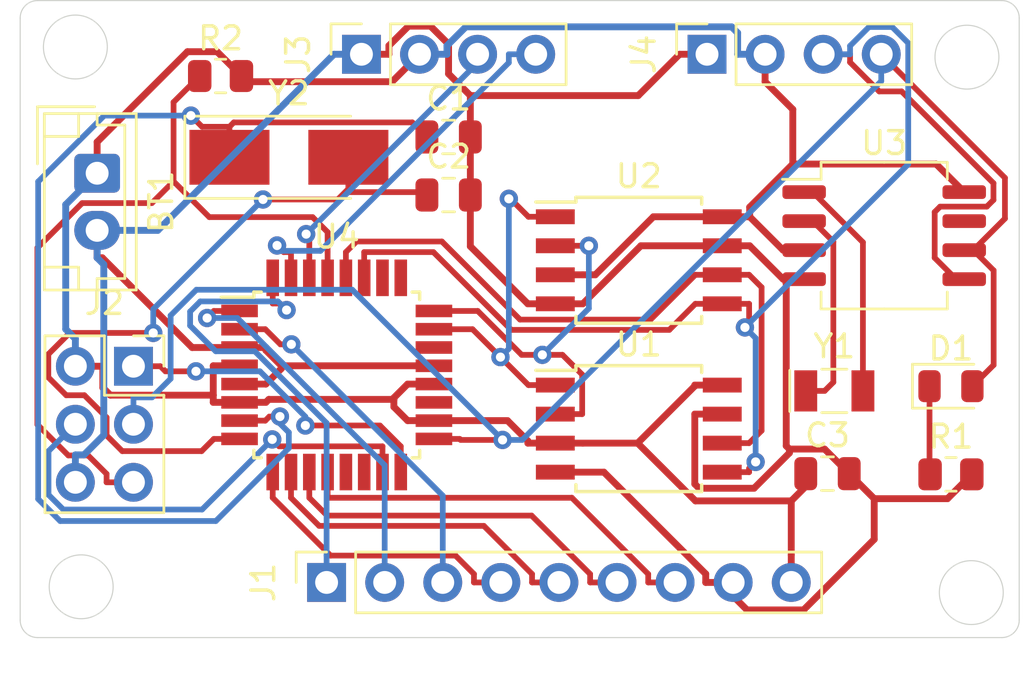
<source format=kicad_pcb>
(kicad_pcb (version 20171130) (host pcbnew "(5.1.8)-1")

  (general
    (thickness 1.6)
    (drawings 12)
    (tracks 373)
    (zones 0)
    (modules 17)
    (nets 32)
  )

  (page A4)
  (title_block
    (title "Arduino Clone")
    (date 2020-12-16)
    (rev 1.0)
    (company CATcuber)
    (comment 1 "Gonzales Loayza Pool Diego")
  )

  (layers
    (0 F.Cu signal)
    (31 B.Cu mixed)
    (32 B.Adhes user)
    (33 F.Adhes user)
    (34 B.Paste user)
    (35 F.Paste user)
    (36 B.SilkS user)
    (37 F.SilkS user)
    (38 B.Mask user)
    (39 F.Mask user)
    (40 Dwgs.User user)
    (41 Cmts.User user)
    (42 Eco1.User user)
    (43 Eco2.User user)
    (44 Edge.Cuts user)
    (45 Margin user)
    (46 B.CrtYd user)
    (47 F.CrtYd user)
    (48 B.Fab user)
    (49 F.Fab user)
  )

  (setup
    (last_trace_width 0.25)
    (user_trace_width 0.3)
    (trace_clearance 0.2)
    (zone_clearance 0.508)
    (zone_45_only no)
    (trace_min 0.2)
    (via_size 0.8)
    (via_drill 0.4)
    (via_min_size 0.4)
    (via_min_drill 0.3)
    (user_via 1 0.6)
    (uvia_size 0.3)
    (uvia_drill 0.1)
    (uvias_allowed no)
    (uvia_min_size 0.2)
    (uvia_min_drill 0.1)
    (edge_width 0.05)
    (segment_width 0.2)
    (pcb_text_width 0.3)
    (pcb_text_size 1.5 1.5)
    (mod_edge_width 0.12)
    (mod_text_size 1 1)
    (mod_text_width 0.15)
    (pad_size 1.524 1.524)
    (pad_drill 0.762)
    (pad_to_mask_clearance 0)
    (aux_axis_origin 0 0)
    (visible_elements FFFFFF7F)
    (pcbplotparams
      (layerselection 0x010fc_ffffffff)
      (usegerberextensions false)
      (usegerberattributes true)
      (usegerberadvancedattributes true)
      (creategerberjobfile true)
      (excludeedgelayer true)
      (linewidth 0.100000)
      (plotframeref false)
      (viasonmask false)
      (mode 1)
      (useauxorigin false)
      (hpglpennumber 1)
      (hpglpenspeed 20)
      (hpglpendiameter 15.000000)
      (psnegative false)
      (psa4output false)
      (plotreference true)
      (plotvalue true)
      (plotinvisibletext false)
      (padsonsilk false)
      (subtractmaskfromsilk false)
      (outputformat 1)
      (mirror false)
      (drillshape 1)
      (scaleselection 1)
      (outputdirectory ""))
  )

  (net 0 "")
  (net 1 /Vcc)
  (net 2 GNDPWR)
  (net 3 "Net-(C1-Pad1)")
  (net 4 "Net-(C2-Pad1)")
  (net 5 "Net-(D1-Pad1)")
  (net 6 /SCK)
  (net 7 /D2)
  (net 8 /D3)
  (net 9 /D4)
  (net 10 /D5)
  (net 11 /D6)
  (net 12 /D7)
  (net 13 /D8)
  (net 14 /MISO)
  (net 15 /MOSI)
  (net 16 /RESET)
  (net 17 /Tx)
  (net 18 /Rx)
  (net 19 /SDA)
  (net 20 /ADDS1)
  (net 21 /ADDS2)
  (net 22 /SCL)
  (net 23 "Net-(U3-Pad1)")
  (net 24 "Net-(U3-Pad2)")
  (net 25 "Net-(U3-Pad7)")
  (net 26 "Net-(U4-Pad13)")
  (net 27 "Net-(U4-Pad14)")
  (net 28 "Net-(U4-Pad19)")
  (net 29 "Net-(U4-Pad22)")
  (net 30 "Net-(U4-Pad25)")
  (net 31 "Net-(U4-Pad26)")

  (net_class Default "This is the default net class."
    (clearance 0.2)
    (trace_width 0.25)
    (via_dia 0.8)
    (via_drill 0.4)
    (uvia_dia 0.3)
    (uvia_drill 0.1)
    (add_net /ADDS1)
    (add_net /ADDS2)
    (add_net /D2)
    (add_net /D3)
    (add_net /D4)
    (add_net /D5)
    (add_net /D6)
    (add_net /D7)
    (add_net /D8)
    (add_net /MISO)
    (add_net /MOSI)
    (add_net /RESET)
    (add_net /Rx)
    (add_net /SCK)
    (add_net /SCL)
    (add_net /SDA)
    (add_net /Tx)
    (add_net "Net-(C1-Pad1)")
    (add_net "Net-(C2-Pad1)")
    (add_net "Net-(D1-Pad1)")
    (add_net "Net-(U3-Pad1)")
    (add_net "Net-(U3-Pad2)")
    (add_net "Net-(U3-Pad7)")
    (add_net "Net-(U4-Pad13)")
    (add_net "Net-(U4-Pad14)")
    (add_net "Net-(U4-Pad19)")
    (add_net "Net-(U4-Pad22)")
    (add_net "Net-(U4-Pad25)")
    (add_net "Net-(U4-Pad26)")
  )

  (net_class Power ""
    (clearance 0.2)
    (trace_width 0.3)
    (via_dia 1)
    (via_drill 0.4)
    (uvia_dia 0.3)
    (uvia_drill 0.1)
    (add_net /Vcc)
    (add_net GNDPWR)
  )

  (module Connector_JST:JST_EH_B2B-EH-A_1x02_P2.50mm_Vertical (layer F.Cu) (tedit 5C28142C) (tstamp 5FDAA166)
    (at 145.732 108.394 270)
    (descr "JST EH series connector, B2B-EH-A (http://www.jst-mfg.com/product/pdf/eng/eEH.pdf), generated with kicad-footprint-generator")
    (tags "connector JST EH vertical")
    (path /5FCEA658)
    (fp_text reference BT1 (at 1.25 -2.8 90) (layer F.SilkS)
      (effects (font (size 1 1) (thickness 0.15)))
    )
    (fp_text value "Battery 3v" (at 1.25 3.4 90) (layer F.Fab)
      (effects (font (size 1 1) (thickness 0.15)))
    )
    (fp_line (start -2.91 2.61) (end -0.41 2.61) (layer F.Fab) (width 0.1))
    (fp_line (start -2.91 0.11) (end -2.91 2.61) (layer F.Fab) (width 0.1))
    (fp_line (start -2.91 2.61) (end -0.41 2.61) (layer F.SilkS) (width 0.12))
    (fp_line (start -2.91 0.11) (end -2.91 2.61) (layer F.SilkS) (width 0.12))
    (fp_line (start 4.11 0.81) (end 4.11 2.31) (layer F.SilkS) (width 0.12))
    (fp_line (start 5.11 0.81) (end 4.11 0.81) (layer F.SilkS) (width 0.12))
    (fp_line (start -1.61 0.81) (end -1.61 2.31) (layer F.SilkS) (width 0.12))
    (fp_line (start -2.61 0.81) (end -1.61 0.81) (layer F.SilkS) (width 0.12))
    (fp_line (start 4.61 0) (end 5.11 0) (layer F.SilkS) (width 0.12))
    (fp_line (start 4.61 -1.21) (end 4.61 0) (layer F.SilkS) (width 0.12))
    (fp_line (start -2.11 -1.21) (end 4.61 -1.21) (layer F.SilkS) (width 0.12))
    (fp_line (start -2.11 0) (end -2.11 -1.21) (layer F.SilkS) (width 0.12))
    (fp_line (start -2.61 0) (end -2.11 0) (layer F.SilkS) (width 0.12))
    (fp_line (start 5.11 -1.71) (end -2.61 -1.71) (layer F.SilkS) (width 0.12))
    (fp_line (start 5.11 2.31) (end 5.11 -1.71) (layer F.SilkS) (width 0.12))
    (fp_line (start -2.61 2.31) (end 5.11 2.31) (layer F.SilkS) (width 0.12))
    (fp_line (start -2.61 -1.71) (end -2.61 2.31) (layer F.SilkS) (width 0.12))
    (fp_line (start 5.5 -2.1) (end -3 -2.1) (layer F.CrtYd) (width 0.05))
    (fp_line (start 5.5 2.7) (end 5.5 -2.1) (layer F.CrtYd) (width 0.05))
    (fp_line (start -3 2.7) (end 5.5 2.7) (layer F.CrtYd) (width 0.05))
    (fp_line (start -3 -2.1) (end -3 2.7) (layer F.CrtYd) (width 0.05))
    (fp_line (start 5 -1.6) (end -2.5 -1.6) (layer F.Fab) (width 0.1))
    (fp_line (start 5 2.2) (end 5 -1.6) (layer F.Fab) (width 0.1))
    (fp_line (start -2.5 2.2) (end 5 2.2) (layer F.Fab) (width 0.1))
    (fp_line (start -2.5 -1.6) (end -2.5 2.2) (layer F.Fab) (width 0.1))
    (fp_text user %R (at 1.25 1.5 90) (layer F.Fab)
      (effects (font (size 1 1) (thickness 0.15)))
    )
    (pad 1 thru_hole roundrect (at 0 0 270) (size 1.7 2) (drill 1) (layers *.Cu *.Mask) (roundrect_rratio 0.147059)
      (net 1 /Vcc))
    (pad 2 thru_hole oval (at 2.5 0 270) (size 1.7 2) (drill 1) (layers *.Cu *.Mask)
      (net 2 GNDPWR))
    (model ${KISYS3DMOD}/Connector_JST.3dshapes/JST_EH_B2B-EH-A_1x02_P2.50mm_Vertical.wrl
      (at (xyz 0 0 0))
      (scale (xyz 1 1 1))
      (rotate (xyz 0 0 0))
    )
  )

  (module Capacitor_SMD:C_0805_2012Metric (layer F.Cu) (tedit 5F68FEEE) (tstamp 5FDAA177)
    (at 161.102 106.807)
    (descr "Capacitor SMD 0805 (2012 Metric), square (rectangular) end terminal, IPC_7351 nominal, (Body size source: IPC-SM-782 page 76, https://www.pcb-3d.com/wordpress/wp-content/uploads/ipc-sm-782a_amendment_1_and_2.pdf, https://docs.google.com/spreadsheets/d/1BsfQQcO9C6DZCsRaXUlFlo91Tg2WpOkGARC1WS5S8t0/edit?usp=sharing), generated with kicad-footprint-generator")
    (tags capacitor)
    (path /5FCEBC26)
    (attr smd)
    (fp_text reference C1 (at 0 -1.68) (layer F.SilkS)
      (effects (font (size 1 1) (thickness 0.15)))
    )
    (fp_text value 22pF (at 0 1.68) (layer F.Fab)
      (effects (font (size 1 1) (thickness 0.15)))
    )
    (fp_text user %R (at 0 0) (layer F.Fab)
      (effects (font (size 0.5 0.5) (thickness 0.08)))
    )
    (fp_line (start -1 0.625) (end -1 -0.625) (layer F.Fab) (width 0.1))
    (fp_line (start -1 -0.625) (end 1 -0.625) (layer F.Fab) (width 0.1))
    (fp_line (start 1 -0.625) (end 1 0.625) (layer F.Fab) (width 0.1))
    (fp_line (start 1 0.625) (end -1 0.625) (layer F.Fab) (width 0.1))
    (fp_line (start -0.261252 -0.735) (end 0.261252 -0.735) (layer F.SilkS) (width 0.12))
    (fp_line (start -0.261252 0.735) (end 0.261252 0.735) (layer F.SilkS) (width 0.12))
    (fp_line (start -1.7 0.98) (end -1.7 -0.98) (layer F.CrtYd) (width 0.05))
    (fp_line (start -1.7 -0.98) (end 1.7 -0.98) (layer F.CrtYd) (width 0.05))
    (fp_line (start 1.7 -0.98) (end 1.7 0.98) (layer F.CrtYd) (width 0.05))
    (fp_line (start 1.7 0.98) (end -1.7 0.98) (layer F.CrtYd) (width 0.05))
    (pad 2 smd roundrect (at 0.95 0) (size 1 1.45) (layers F.Cu F.Paste F.Mask) (roundrect_rratio 0.25)
      (net 2 GNDPWR))
    (pad 1 smd roundrect (at -0.95 0) (size 1 1.45) (layers F.Cu F.Paste F.Mask) (roundrect_rratio 0.25)
      (net 3 "Net-(C1-Pad1)"))
    (model ${KISYS3DMOD}/Capacitor_SMD.3dshapes/C_0805_2012Metric.wrl
      (at (xyz 0 0 0))
      (scale (xyz 1 1 1))
      (rotate (xyz 0 0 0))
    )
  )

  (module Capacitor_SMD:C_0805_2012Metric (layer F.Cu) (tedit 5F68FEEE) (tstamp 5FDAA188)
    (at 161.102 109.347)
    (descr "Capacitor SMD 0805 (2012 Metric), square (rectangular) end terminal, IPC_7351 nominal, (Body size source: IPC-SM-782 page 76, https://www.pcb-3d.com/wordpress/wp-content/uploads/ipc-sm-782a_amendment_1_and_2.pdf, https://docs.google.com/spreadsheets/d/1BsfQQcO9C6DZCsRaXUlFlo91Tg2WpOkGARC1WS5S8t0/edit?usp=sharing), generated with kicad-footprint-generator")
    (tags capacitor)
    (path /5FCEB637)
    (attr smd)
    (fp_text reference C2 (at 0 -1.68) (layer F.SilkS)
      (effects (font (size 1 1) (thickness 0.15)))
    )
    (fp_text value 22pF (at 0 1.68) (layer F.Fab)
      (effects (font (size 1 1) (thickness 0.15)))
    )
    (fp_line (start 1.7 0.98) (end -1.7 0.98) (layer F.CrtYd) (width 0.05))
    (fp_line (start 1.7 -0.98) (end 1.7 0.98) (layer F.CrtYd) (width 0.05))
    (fp_line (start -1.7 -0.98) (end 1.7 -0.98) (layer F.CrtYd) (width 0.05))
    (fp_line (start -1.7 0.98) (end -1.7 -0.98) (layer F.CrtYd) (width 0.05))
    (fp_line (start -0.261252 0.735) (end 0.261252 0.735) (layer F.SilkS) (width 0.12))
    (fp_line (start -0.261252 -0.735) (end 0.261252 -0.735) (layer F.SilkS) (width 0.12))
    (fp_line (start 1 0.625) (end -1 0.625) (layer F.Fab) (width 0.1))
    (fp_line (start 1 -0.625) (end 1 0.625) (layer F.Fab) (width 0.1))
    (fp_line (start -1 -0.625) (end 1 -0.625) (layer F.Fab) (width 0.1))
    (fp_line (start -1 0.625) (end -1 -0.625) (layer F.Fab) (width 0.1))
    (fp_text user %R (at 0 0) (layer F.Fab)
      (effects (font (size 0.5 0.5) (thickness 0.08)))
    )
    (pad 1 smd roundrect (at -0.95 0) (size 1 1.45) (layers F.Cu F.Paste F.Mask) (roundrect_rratio 0.25)
      (net 4 "Net-(C2-Pad1)"))
    (pad 2 smd roundrect (at 0.95 0) (size 1 1.45) (layers F.Cu F.Paste F.Mask) (roundrect_rratio 0.25)
      (net 2 GNDPWR))
    (model ${KISYS3DMOD}/Capacitor_SMD.3dshapes/C_0805_2012Metric.wrl
      (at (xyz 0 0 0))
      (scale (xyz 1 1 1))
      (rotate (xyz 0 0 0))
    )
  )

  (module Capacitor_SMD:C_0805_2012Metric (layer F.Cu) (tedit 5F68FEEE) (tstamp 5FDAA199)
    (at 177.67 121.542)
    (descr "Capacitor SMD 0805 (2012 Metric), square (rectangular) end terminal, IPC_7351 nominal, (Body size source: IPC-SM-782 page 76, https://www.pcb-3d.com/wordpress/wp-content/uploads/ipc-sm-782a_amendment_1_and_2.pdf, https://docs.google.com/spreadsheets/d/1BsfQQcO9C6DZCsRaXUlFlo91Tg2WpOkGARC1WS5S8t0/edit?usp=sharing), generated with kicad-footprint-generator")
    (tags capacitor)
    (path /5FCEBFBC)
    (attr smd)
    (fp_text reference C3 (at 0 -1.68) (layer F.SilkS)
      (effects (font (size 1 1) (thickness 0.15)))
    )
    (fp_text value 10uF (at 0 1.68) (layer F.Fab)
      (effects (font (size 1 1) (thickness 0.15)))
    )
    (fp_line (start 1.7 0.98) (end -1.7 0.98) (layer F.CrtYd) (width 0.05))
    (fp_line (start 1.7 -0.98) (end 1.7 0.98) (layer F.CrtYd) (width 0.05))
    (fp_line (start -1.7 -0.98) (end 1.7 -0.98) (layer F.CrtYd) (width 0.05))
    (fp_line (start -1.7 0.98) (end -1.7 -0.98) (layer F.CrtYd) (width 0.05))
    (fp_line (start -0.261252 0.735) (end 0.261252 0.735) (layer F.SilkS) (width 0.12))
    (fp_line (start -0.261252 -0.735) (end 0.261252 -0.735) (layer F.SilkS) (width 0.12))
    (fp_line (start 1 0.625) (end -1 0.625) (layer F.Fab) (width 0.1))
    (fp_line (start 1 -0.625) (end 1 0.625) (layer F.Fab) (width 0.1))
    (fp_line (start -1 -0.625) (end 1 -0.625) (layer F.Fab) (width 0.1))
    (fp_line (start -1 0.625) (end -1 -0.625) (layer F.Fab) (width 0.1))
    (fp_text user %R (at 0 0) (layer F.Fab)
      (effects (font (size 0.5 0.5) (thickness 0.08)))
    )
    (pad 1 smd roundrect (at -0.95 0) (size 1 1.45) (layers F.Cu F.Paste F.Mask) (roundrect_rratio 0.25)
      (net 1 /Vcc))
    (pad 2 smd roundrect (at 0.95 0) (size 1 1.45) (layers F.Cu F.Paste F.Mask) (roundrect_rratio 0.25)
      (net 2 GNDPWR))
    (model ${KISYS3DMOD}/Capacitor_SMD.3dshapes/C_0805_2012Metric.wrl
      (at (xyz 0 0 0))
      (scale (xyz 1 1 1))
      (rotate (xyz 0 0 0))
    )
  )

  (module LED_SMD:LED_0805_2012Metric (layer F.Cu) (tedit 5F68FEF1) (tstamp 5FDAA1AC)
    (at 183.07 117.714)
    (descr "LED SMD 0805 (2012 Metric), square (rectangular) end terminal, IPC_7351 nominal, (Body size source: https://docs.google.com/spreadsheets/d/1BsfQQcO9C6DZCsRaXUlFlo91Tg2WpOkGARC1WS5S8t0/edit?usp=sharing), generated with kicad-footprint-generator")
    (tags LED)
    (path /5FCEC229)
    (attr smd)
    (fp_text reference D1 (at 0 -1.65) (layer F.SilkS)
      (effects (font (size 1 1) (thickness 0.15)))
    )
    (fp_text value LED (at 0 1.65) (layer F.Fab)
      (effects (font (size 1 1) (thickness 0.15)))
    )
    (fp_line (start 1.68 0.95) (end -1.68 0.95) (layer F.CrtYd) (width 0.05))
    (fp_line (start 1.68 -0.95) (end 1.68 0.95) (layer F.CrtYd) (width 0.05))
    (fp_line (start -1.68 -0.95) (end 1.68 -0.95) (layer F.CrtYd) (width 0.05))
    (fp_line (start -1.68 0.95) (end -1.68 -0.95) (layer F.CrtYd) (width 0.05))
    (fp_line (start -1.685 0.96) (end 1 0.96) (layer F.SilkS) (width 0.12))
    (fp_line (start -1.685 -0.96) (end -1.685 0.96) (layer F.SilkS) (width 0.12))
    (fp_line (start 1 -0.96) (end -1.685 -0.96) (layer F.SilkS) (width 0.12))
    (fp_line (start 1 0.6) (end 1 -0.6) (layer F.Fab) (width 0.1))
    (fp_line (start -1 0.6) (end 1 0.6) (layer F.Fab) (width 0.1))
    (fp_line (start -1 -0.3) (end -1 0.6) (layer F.Fab) (width 0.1))
    (fp_line (start -0.7 -0.6) (end -1 -0.3) (layer F.Fab) (width 0.1))
    (fp_line (start 1 -0.6) (end -0.7 -0.6) (layer F.Fab) (width 0.1))
    (fp_text user %R (at 0 0) (layer F.Fab)
      (effects (font (size 0.5 0.5) (thickness 0.08)))
    )
    (pad 1 smd roundrect (at -0.9375 0) (size 0.975 1.4) (layers F.Cu F.Paste F.Mask) (roundrect_rratio 0.25)
      (net 5 "Net-(D1-Pad1)"))
    (pad 2 smd roundrect (at 0.9375 0) (size 0.975 1.4) (layers F.Cu F.Paste F.Mask) (roundrect_rratio 0.25)
      (net 6 /SCK))
    (model ${KISYS3DMOD}/LED_SMD.3dshapes/LED_0805_2012Metric.wrl
      (at (xyz 0 0 0))
      (scale (xyz 1 1 1))
      (rotate (xyz 0 0 0))
    )
  )

  (module Connector_PinSocket_2.54mm:PinSocket_1x09_P2.54mm_Vertical (layer F.Cu) (tedit 5A19A431) (tstamp 5FDAA1C9)
    (at 155.766 126.302 90)
    (descr "Through hole straight socket strip, 1x09, 2.54mm pitch, single row (from Kicad 4.0.7), script generated")
    (tags "Through hole socket strip THT 1x09 2.54mm single row")
    (path /5FCEF225/5FCF0074)
    (fp_text reference J1 (at 0 -2.77 90) (layer F.SilkS)
      (effects (font (size 1 1) (thickness 0.15)))
    )
    (fp_text value " Digital pins" (at 0 23.09 90) (layer F.Fab)
      (effects (font (size 1 1) (thickness 0.15)))
    )
    (fp_line (start -1.8 22.1) (end -1.8 -1.8) (layer F.CrtYd) (width 0.05))
    (fp_line (start 1.75 22.1) (end -1.8 22.1) (layer F.CrtYd) (width 0.05))
    (fp_line (start 1.75 -1.8) (end 1.75 22.1) (layer F.CrtYd) (width 0.05))
    (fp_line (start -1.8 -1.8) (end 1.75 -1.8) (layer F.CrtYd) (width 0.05))
    (fp_line (start 0 -1.33) (end 1.33 -1.33) (layer F.SilkS) (width 0.12))
    (fp_line (start 1.33 -1.33) (end 1.33 0) (layer F.SilkS) (width 0.12))
    (fp_line (start 1.33 1.27) (end 1.33 21.65) (layer F.SilkS) (width 0.12))
    (fp_line (start -1.33 21.65) (end 1.33 21.65) (layer F.SilkS) (width 0.12))
    (fp_line (start -1.33 1.27) (end -1.33 21.65) (layer F.SilkS) (width 0.12))
    (fp_line (start -1.33 1.27) (end 1.33 1.27) (layer F.SilkS) (width 0.12))
    (fp_line (start -1.27 21.59) (end -1.27 -1.27) (layer F.Fab) (width 0.1))
    (fp_line (start 1.27 21.59) (end -1.27 21.59) (layer F.Fab) (width 0.1))
    (fp_line (start 1.27 -0.635) (end 1.27 21.59) (layer F.Fab) (width 0.1))
    (fp_line (start 0.635 -1.27) (end 1.27 -0.635) (layer F.Fab) (width 0.1))
    (fp_line (start -1.27 -1.27) (end 0.635 -1.27) (layer F.Fab) (width 0.1))
    (fp_text user %R (at 0 10.16) (layer F.Fab)
      (effects (font (size 1 1) (thickness 0.15)))
    )
    (pad 1 thru_hole rect (at 0 0 90) (size 1.7 1.7) (drill 1) (layers *.Cu *.Mask)
      (net 7 /D2))
    (pad 2 thru_hole oval (at 0 2.54 90) (size 1.7 1.7) (drill 1) (layers *.Cu *.Mask)
      (net 8 /D3))
    (pad 3 thru_hole oval (at 0 5.08 90) (size 1.7 1.7) (drill 1) (layers *.Cu *.Mask)
      (net 9 /D4))
    (pad 4 thru_hole oval (at 0 7.62 90) (size 1.7 1.7) (drill 1) (layers *.Cu *.Mask)
      (net 10 /D5))
    (pad 5 thru_hole oval (at 0 10.16 90) (size 1.7 1.7) (drill 1) (layers *.Cu *.Mask)
      (net 11 /D6))
    (pad 6 thru_hole oval (at 0 12.7 90) (size 1.7 1.7) (drill 1) (layers *.Cu *.Mask)
      (net 12 /D7))
    (pad 7 thru_hole oval (at 0 15.24 90) (size 1.7 1.7) (drill 1) (layers *.Cu *.Mask)
      (net 13 /D8))
    (pad 8 thru_hole oval (at 0 17.78 90) (size 1.7 1.7) (drill 1) (layers *.Cu *.Mask)
      (net 2 GNDPWR))
    (pad 9 thru_hole oval (at 0 20.32 90) (size 1.7 1.7) (drill 1) (layers *.Cu *.Mask)
      (net 1 /Vcc))
    (model ${KISYS3DMOD}/Connector_PinSocket_2.54mm.3dshapes/PinSocket_1x09_P2.54mm_Vertical.wrl
      (at (xyz 0 0 0))
      (scale (xyz 1 1 1))
      (rotate (xyz 0 0 0))
    )
  )

  (module Connector_PinSocket_2.54mm:PinSocket_2x03_P2.54mm_Vertical (layer F.Cu) (tedit 5A19A425) (tstamp 5FDAA1E5)
    (at 147.32 116.84)
    (descr "Through hole straight socket strip, 2x03, 2.54mm pitch, double cols (from Kicad 4.0.7), script generated")
    (tags "Through hole socket strip THT 2x03 2.54mm double row")
    (path /5FCEF225/5FCF0EFC)
    (fp_text reference J2 (at -1.27 -2.77) (layer F.SilkS)
      (effects (font (size 1 1) (thickness 0.15)))
    )
    (fp_text value ICSP (at -1.27 7.85) (layer F.Fab)
      (effects (font (size 1 1) (thickness 0.15)))
    )
    (fp_line (start -4.34 6.85) (end -4.34 -1.8) (layer F.CrtYd) (width 0.05))
    (fp_line (start 1.76 6.85) (end -4.34 6.85) (layer F.CrtYd) (width 0.05))
    (fp_line (start 1.76 -1.8) (end 1.76 6.85) (layer F.CrtYd) (width 0.05))
    (fp_line (start -4.34 -1.8) (end 1.76 -1.8) (layer F.CrtYd) (width 0.05))
    (fp_line (start 0 -1.33) (end 1.33 -1.33) (layer F.SilkS) (width 0.12))
    (fp_line (start 1.33 -1.33) (end 1.33 0) (layer F.SilkS) (width 0.12))
    (fp_line (start -1.27 -1.33) (end -1.27 1.27) (layer F.SilkS) (width 0.12))
    (fp_line (start -1.27 1.27) (end 1.33 1.27) (layer F.SilkS) (width 0.12))
    (fp_line (start 1.33 1.27) (end 1.33 6.41) (layer F.SilkS) (width 0.12))
    (fp_line (start -3.87 6.41) (end 1.33 6.41) (layer F.SilkS) (width 0.12))
    (fp_line (start -3.87 -1.33) (end -3.87 6.41) (layer F.SilkS) (width 0.12))
    (fp_line (start -3.87 -1.33) (end -1.27 -1.33) (layer F.SilkS) (width 0.12))
    (fp_line (start -3.81 6.35) (end -3.81 -1.27) (layer F.Fab) (width 0.1))
    (fp_line (start 1.27 6.35) (end -3.81 6.35) (layer F.Fab) (width 0.1))
    (fp_line (start 1.27 -0.27) (end 1.27 6.35) (layer F.Fab) (width 0.1))
    (fp_line (start 0.27 -1.27) (end 1.27 -0.27) (layer F.Fab) (width 0.1))
    (fp_line (start -3.81 -1.27) (end 0.27 -1.27) (layer F.Fab) (width 0.1))
    (fp_text user %R (at -1.27 2.54 90) (layer F.Fab)
      (effects (font (size 1 1) (thickness 0.15)))
    )
    (pad 1 thru_hole rect (at 0 0) (size 1.7 1.7) (drill 1) (layers *.Cu *.Mask)
      (net 14 /MISO))
    (pad 2 thru_hole oval (at -2.54 0) (size 1.7 1.7) (drill 1) (layers *.Cu *.Mask)
      (net 1 /Vcc))
    (pad 3 thru_hole oval (at 0 2.54) (size 1.7 1.7) (drill 1) (layers *.Cu *.Mask)
      (net 6 /SCK))
    (pad 4 thru_hole oval (at -2.54 2.54) (size 1.7 1.7) (drill 1) (layers *.Cu *.Mask)
      (net 15 /MOSI))
    (pad 5 thru_hole oval (at 0 5.08) (size 1.7 1.7) (drill 1) (layers *.Cu *.Mask)
      (net 16 /RESET))
    (pad 6 thru_hole oval (at -2.54 5.08) (size 1.7 1.7) (drill 1) (layers *.Cu *.Mask)
      (net 2 GNDPWR))
    (model ${KISYS3DMOD}/Connector_PinSocket_2.54mm.3dshapes/PinSocket_2x03_P2.54mm_Vertical.wrl
      (at (xyz 0 0 0))
      (scale (xyz 1 1 1))
      (rotate (xyz 0 0 0))
    )
  )

  (module Connector_PinSocket_2.54mm:PinSocket_1x04_P2.54mm_Vertical (layer F.Cu) (tedit 5A19A429) (tstamp 5FDAAE36)
    (at 157.29 103.188 90)
    (descr "Through hole straight socket strip, 1x04, 2.54mm pitch, single row (from Kicad 4.0.7), script generated")
    (tags "Through hole socket strip THT 1x04 2.54mm single row")
    (path /5FCEF225/5FCF0AC0)
    (fp_text reference J3 (at 0 -2.77 90) (layer F.SilkS)
      (effects (font (size 1 1) (thickness 0.15)))
    )
    (fp_text value Serial (at 0 10.39 90) (layer F.Fab)
      (effects (font (size 1 1) (thickness 0.15)))
    )
    (fp_text user %R (at 0 3.81) (layer F.Fab)
      (effects (font (size 1 1) (thickness 0.15)))
    )
    (fp_line (start -1.27 -1.27) (end 0.635 -1.27) (layer F.Fab) (width 0.1))
    (fp_line (start 0.635 -1.27) (end 1.27 -0.635) (layer F.Fab) (width 0.1))
    (fp_line (start 1.27 -0.635) (end 1.27 8.89) (layer F.Fab) (width 0.1))
    (fp_line (start 1.27 8.89) (end -1.27 8.89) (layer F.Fab) (width 0.1))
    (fp_line (start -1.27 8.89) (end -1.27 -1.27) (layer F.Fab) (width 0.1))
    (fp_line (start -1.33 1.27) (end 1.33 1.27) (layer F.SilkS) (width 0.12))
    (fp_line (start -1.33 1.27) (end -1.33 8.95) (layer F.SilkS) (width 0.12))
    (fp_line (start -1.33 8.95) (end 1.33 8.95) (layer F.SilkS) (width 0.12))
    (fp_line (start 1.33 1.27) (end 1.33 8.95) (layer F.SilkS) (width 0.12))
    (fp_line (start 1.33 -1.33) (end 1.33 0) (layer F.SilkS) (width 0.12))
    (fp_line (start 0 -1.33) (end 1.33 -1.33) (layer F.SilkS) (width 0.12))
    (fp_line (start -1.8 -1.8) (end 1.75 -1.8) (layer F.CrtYd) (width 0.05))
    (fp_line (start 1.75 -1.8) (end 1.75 9.4) (layer F.CrtYd) (width 0.05))
    (fp_line (start 1.75 9.4) (end -1.8 9.4) (layer F.CrtYd) (width 0.05))
    (fp_line (start -1.8 9.4) (end -1.8 -1.8) (layer F.CrtYd) (width 0.05))
    (pad 4 thru_hole oval (at 0 7.62 90) (size 1.7 1.7) (drill 1) (layers *.Cu *.Mask)
      (net 17 /Tx))
    (pad 3 thru_hole oval (at 0 5.08 90) (size 1.7 1.7) (drill 1) (layers *.Cu *.Mask)
      (net 18 /Rx))
    (pad 2 thru_hole oval (at 0 2.54 90) (size 1.7 1.7) (drill 1) (layers *.Cu *.Mask)
      (net 1 /Vcc))
    (pad 1 thru_hole rect (at 0 0 90) (size 1.7 1.7) (drill 1) (layers *.Cu *.Mask)
      (net 2 GNDPWR))
    (model ${KISYS3DMOD}/Connector_PinSocket_2.54mm.3dshapes/PinSocket_1x04_P2.54mm_Vertical.wrl
      (at (xyz 0 0 0))
      (scale (xyz 1 1 1))
      (rotate (xyz 0 0 0))
    )
  )

  (module Connector_PinSocket_2.54mm:PinSocket_1x04_P2.54mm_Vertical (layer F.Cu) (tedit 5A19A429) (tstamp 5FDAB464)
    (at 172.402 103.188 90)
    (descr "Through hole straight socket strip, 1x04, 2.54mm pitch, single row (from Kicad 4.0.7), script generated")
    (tags "Through hole socket strip THT 1x04 2.54mm single row")
    (path /5FCEF225/5FCF1C90)
    (fp_text reference J4 (at 0 -2.77 90) (layer F.SilkS)
      (effects (font (size 1 1) (thickness 0.15)))
    )
    (fp_text value I2C (at 0 10.39 90) (layer F.Fab)
      (effects (font (size 1 1) (thickness 0.15)))
    )
    (fp_line (start -1.8 9.4) (end -1.8 -1.8) (layer F.CrtYd) (width 0.05))
    (fp_line (start 1.75 9.4) (end -1.8 9.4) (layer F.CrtYd) (width 0.05))
    (fp_line (start 1.75 -1.8) (end 1.75 9.4) (layer F.CrtYd) (width 0.05))
    (fp_line (start -1.8 -1.8) (end 1.75 -1.8) (layer F.CrtYd) (width 0.05))
    (fp_line (start 0 -1.33) (end 1.33 -1.33) (layer F.SilkS) (width 0.12))
    (fp_line (start 1.33 -1.33) (end 1.33 0) (layer F.SilkS) (width 0.12))
    (fp_line (start 1.33 1.27) (end 1.33 8.95) (layer F.SilkS) (width 0.12))
    (fp_line (start -1.33 8.95) (end 1.33 8.95) (layer F.SilkS) (width 0.12))
    (fp_line (start -1.33 1.27) (end -1.33 8.95) (layer F.SilkS) (width 0.12))
    (fp_line (start -1.33 1.27) (end 1.33 1.27) (layer F.SilkS) (width 0.12))
    (fp_line (start -1.27 8.89) (end -1.27 -1.27) (layer F.Fab) (width 0.1))
    (fp_line (start 1.27 8.89) (end -1.27 8.89) (layer F.Fab) (width 0.1))
    (fp_line (start 1.27 -0.635) (end 1.27 8.89) (layer F.Fab) (width 0.1))
    (fp_line (start 0.635 -1.27) (end 1.27 -0.635) (layer F.Fab) (width 0.1))
    (fp_line (start -1.27 -1.27) (end 0.635 -1.27) (layer F.Fab) (width 0.1))
    (fp_text user %R (at 0 3.81) (layer F.Fab)
      (effects (font (size 1 1) (thickness 0.15)))
    )
    (pad 1 thru_hole rect (at 0 0 90) (size 1.7 1.7) (drill 1) (layers *.Cu *.Mask)
      (net 2 GNDPWR))
    (pad 2 thru_hole oval (at 0 2.54 90) (size 1.7 1.7) (drill 1) (layers *.Cu *.Mask)
      (net 1 /Vcc))
    (pad 3 thru_hole oval (at 0 5.08 90) (size 1.7 1.7) (drill 1) (layers *.Cu *.Mask)
      (net 19 /SDA))
    (pad 4 thru_hole oval (at 0 7.62 90) (size 1.7 1.7) (drill 1) (layers *.Cu *.Mask)
      (net 6 /SCK))
    (model ${KISYS3DMOD}/Connector_PinSocket_2.54mm.3dshapes/PinSocket_1x04_P2.54mm_Vertical.wrl
      (at (xyz 0 0 0))
      (scale (xyz 1 1 1))
      (rotate (xyz 0 0 0))
    )
  )

  (module Resistor_SMD:R_0805_2012Metric (layer F.Cu) (tedit 5F68FEEE) (tstamp 5FDAA226)
    (at 183.07 121.572)
    (descr "Resistor SMD 0805 (2012 Metric), square (rectangular) end terminal, IPC_7351 nominal, (Body size source: IPC-SM-782 page 72, https://www.pcb-3d.com/wordpress/wp-content/uploads/ipc-sm-782a_amendment_1_and_2.pdf), generated with kicad-footprint-generator")
    (tags resistor)
    (path /5FD01F7E)
    (attr smd)
    (fp_text reference R1 (at 0 -1.65) (layer F.SilkS)
      (effects (font (size 1 1) (thickness 0.15)))
    )
    (fp_text value 330Ohm (at 0 1.65) (layer F.Fab)
      (effects (font (size 1 1) (thickness 0.15)))
    )
    (fp_text user %R (at 0 0) (layer F.Fab)
      (effects (font (size 0.5 0.5) (thickness 0.08)))
    )
    (fp_line (start -1 0.625) (end -1 -0.625) (layer F.Fab) (width 0.1))
    (fp_line (start -1 -0.625) (end 1 -0.625) (layer F.Fab) (width 0.1))
    (fp_line (start 1 -0.625) (end 1 0.625) (layer F.Fab) (width 0.1))
    (fp_line (start 1 0.625) (end -1 0.625) (layer F.Fab) (width 0.1))
    (fp_line (start -0.227064 -0.735) (end 0.227064 -0.735) (layer F.SilkS) (width 0.12))
    (fp_line (start -0.227064 0.735) (end 0.227064 0.735) (layer F.SilkS) (width 0.12))
    (fp_line (start -1.68 0.95) (end -1.68 -0.95) (layer F.CrtYd) (width 0.05))
    (fp_line (start -1.68 -0.95) (end 1.68 -0.95) (layer F.CrtYd) (width 0.05))
    (fp_line (start 1.68 -0.95) (end 1.68 0.95) (layer F.CrtYd) (width 0.05))
    (fp_line (start 1.68 0.95) (end -1.68 0.95) (layer F.CrtYd) (width 0.05))
    (pad 2 smd roundrect (at 0.9125 0) (size 1.025 1.4) (layers F.Cu F.Paste F.Mask) (roundrect_rratio 0.243902)
      (net 2 GNDPWR))
    (pad 1 smd roundrect (at -0.9125 0) (size 1.025 1.4) (layers F.Cu F.Paste F.Mask) (roundrect_rratio 0.243902)
      (net 5 "Net-(D1-Pad1)"))
    (model ${KISYS3DMOD}/Resistor_SMD.3dshapes/R_0805_2012Metric.wrl
      (at (xyz 0 0 0))
      (scale (xyz 1 1 1))
      (rotate (xyz 0 0 0))
    )
  )

  (module Resistor_SMD:R_0805_2012Metric (layer F.Cu) (tedit 5F68FEEE) (tstamp 5FDAACC0)
    (at 151.13 104.14)
    (descr "Resistor SMD 0805 (2012 Metric), square (rectangular) end terminal, IPC_7351 nominal, (Body size source: IPC-SM-782 page 72, https://www.pcb-3d.com/wordpress/wp-content/uploads/ipc-sm-782a_amendment_1_and_2.pdf), generated with kicad-footprint-generator")
    (tags resistor)
    (path /5FD01D54)
    (attr smd)
    (fp_text reference R2 (at 0 -1.65) (layer F.SilkS)
      (effects (font (size 1 1) (thickness 0.15)))
    )
    (fp_text value 10kOhm (at 0 1.65) (layer F.Fab)
      (effects (font (size 1 1) (thickness 0.15)))
    )
    (fp_line (start 1.68 0.95) (end -1.68 0.95) (layer F.CrtYd) (width 0.05))
    (fp_line (start 1.68 -0.95) (end 1.68 0.95) (layer F.CrtYd) (width 0.05))
    (fp_line (start -1.68 -0.95) (end 1.68 -0.95) (layer F.CrtYd) (width 0.05))
    (fp_line (start -1.68 0.95) (end -1.68 -0.95) (layer F.CrtYd) (width 0.05))
    (fp_line (start -0.227064 0.735) (end 0.227064 0.735) (layer F.SilkS) (width 0.12))
    (fp_line (start -0.227064 -0.735) (end 0.227064 -0.735) (layer F.SilkS) (width 0.12))
    (fp_line (start 1 0.625) (end -1 0.625) (layer F.Fab) (width 0.1))
    (fp_line (start 1 -0.625) (end 1 0.625) (layer F.Fab) (width 0.1))
    (fp_line (start -1 -0.625) (end 1 -0.625) (layer F.Fab) (width 0.1))
    (fp_line (start -1 0.625) (end -1 -0.625) (layer F.Fab) (width 0.1))
    (fp_text user %R (at 0 0) (layer F.Fab)
      (effects (font (size 0.5 0.5) (thickness 0.08)))
    )
    (pad 1 smd roundrect (at -0.9125 0) (size 1.025 1.4) (layers F.Cu F.Paste F.Mask) (roundrect_rratio 0.243902)
      (net 16 /RESET))
    (pad 2 smd roundrect (at 0.9125 0) (size 1.025 1.4) (layers F.Cu F.Paste F.Mask) (roundrect_rratio 0.243902)
      (net 1 /Vcc))
    (model ${KISYS3DMOD}/Resistor_SMD.3dshapes/R_0805_2012Metric.wrl
      (at (xyz 0 0 0))
      (scale (xyz 1 1 1))
      (rotate (xyz 0 0 0))
    )
  )

  (module Package_SO:SOIJ-8_5.3x5.3mm_P1.27mm (layer F.Cu) (tedit 5A02F2D3) (tstamp 5FDAA254)
    (at 169.418 119.57)
    (descr "8-Lead Plastic Small Outline (SM) - Medium, 5.28 mm Body [SOIC] (see Microchip Packaging Specification 00000049BS.pdf)")
    (tags "SOIC 1.27")
    (path /5FCED1F5)
    (attr smd)
    (fp_text reference U1 (at 0 -3.68) (layer F.SilkS)
      (effects (font (size 1 1) (thickness 0.15)))
    )
    (fp_text value 24LC1025 (at 0 3.68) (layer F.Fab)
      (effects (font (size 1 1) (thickness 0.15)))
    )
    (fp_line (start -2.75 -2.55) (end -4.5 -2.55) (layer F.SilkS) (width 0.15))
    (fp_line (start -2.75 2.755) (end 2.75 2.755) (layer F.SilkS) (width 0.15))
    (fp_line (start -2.75 -2.755) (end 2.75 -2.755) (layer F.SilkS) (width 0.15))
    (fp_line (start -2.75 2.755) (end -2.75 2.455) (layer F.SilkS) (width 0.15))
    (fp_line (start 2.75 2.755) (end 2.75 2.455) (layer F.SilkS) (width 0.15))
    (fp_line (start 2.75 -2.755) (end 2.75 -2.455) (layer F.SilkS) (width 0.15))
    (fp_line (start -2.75 -2.755) (end -2.75 -2.55) (layer F.SilkS) (width 0.15))
    (fp_line (start -4.75 2.95) (end 4.75 2.95) (layer F.CrtYd) (width 0.05))
    (fp_line (start -4.75 -2.95) (end 4.75 -2.95) (layer F.CrtYd) (width 0.05))
    (fp_line (start 4.75 -2.95) (end 4.75 2.95) (layer F.CrtYd) (width 0.05))
    (fp_line (start -4.75 -2.95) (end -4.75 2.95) (layer F.CrtYd) (width 0.05))
    (fp_line (start -2.65 -1.65) (end -1.65 -2.65) (layer F.Fab) (width 0.15))
    (fp_line (start -2.65 2.65) (end -2.65 -1.65) (layer F.Fab) (width 0.15))
    (fp_line (start 2.65 2.65) (end -2.65 2.65) (layer F.Fab) (width 0.15))
    (fp_line (start 2.65 -2.65) (end 2.65 2.65) (layer F.Fab) (width 0.15))
    (fp_line (start -1.65 -2.65) (end 2.65 -2.65) (layer F.Fab) (width 0.15))
    (fp_text user %R (at 0 0) (layer F.Fab)
      (effects (font (size 1 1) (thickness 0.15)))
    )
    (pad 1 smd rect (at -3.65 -1.905) (size 1.7 0.65) (layers F.Cu F.Paste F.Mask)
      (net 20 /ADDS1))
    (pad 2 smd rect (at -3.65 -0.635) (size 1.7 0.65) (layers F.Cu F.Paste F.Mask)
      (net 21 /ADDS2))
    (pad 3 smd rect (at -3.65 0.635) (size 1.7 0.65) (layers F.Cu F.Paste F.Mask)
      (net 1 /Vcc))
    (pad 4 smd rect (at -3.65 1.905) (size 1.7 0.65) (layers F.Cu F.Paste F.Mask)
      (net 2 GNDPWR))
    (pad 5 smd rect (at 3.65 1.905) (size 1.7 0.65) (layers F.Cu F.Paste F.Mask)
      (net 19 /SDA))
    (pad 6 smd rect (at 3.65 0.635) (size 1.7 0.65) (layers F.Cu F.Paste F.Mask)
      (net 22 /SCL))
    (pad 7 smd rect (at 3.65 -0.635) (size 1.7 0.65) (layers F.Cu F.Paste F.Mask)
      (net 2 GNDPWR))
    (pad 8 smd rect (at 3.65 -1.905) (size 1.7 0.65) (layers F.Cu F.Paste F.Mask)
      (net 1 /Vcc))
    (model ${KISYS3DMOD}/Package_SO.3dshapes/SOIJ-8_5.3x5.3mm_P1.27mm.wrl
      (at (xyz 0 0 0))
      (scale (xyz 1 1 1))
      (rotate (xyz 0 0 0))
    )
  )

  (module Package_SO:SOIJ-8_5.3x5.3mm_P1.27mm (layer F.Cu) (tedit 5A02F2D3) (tstamp 5FDAA271)
    (at 169.418 112.204)
    (descr "8-Lead Plastic Small Outline (SM) - Medium, 5.28 mm Body [SOIC] (see Microchip Packaging Specification 00000049BS.pdf)")
    (tags "SOIC 1.27")
    (path /5FCF9FF3)
    (attr smd)
    (fp_text reference U2 (at 0 -3.68) (layer F.SilkS)
      (effects (font (size 1 1) (thickness 0.15)))
    )
    (fp_text value 24LC1025 (at 0 3.68) (layer F.Fab)
      (effects (font (size 1 1) (thickness 0.15)))
    )
    (fp_text user %R (at 0 0) (layer F.Fab)
      (effects (font (size 1 1) (thickness 0.15)))
    )
    (fp_line (start -1.65 -2.65) (end 2.65 -2.65) (layer F.Fab) (width 0.15))
    (fp_line (start 2.65 -2.65) (end 2.65 2.65) (layer F.Fab) (width 0.15))
    (fp_line (start 2.65 2.65) (end -2.65 2.65) (layer F.Fab) (width 0.15))
    (fp_line (start -2.65 2.65) (end -2.65 -1.65) (layer F.Fab) (width 0.15))
    (fp_line (start -2.65 -1.65) (end -1.65 -2.65) (layer F.Fab) (width 0.15))
    (fp_line (start -4.75 -2.95) (end -4.75 2.95) (layer F.CrtYd) (width 0.05))
    (fp_line (start 4.75 -2.95) (end 4.75 2.95) (layer F.CrtYd) (width 0.05))
    (fp_line (start -4.75 -2.95) (end 4.75 -2.95) (layer F.CrtYd) (width 0.05))
    (fp_line (start -4.75 2.95) (end 4.75 2.95) (layer F.CrtYd) (width 0.05))
    (fp_line (start -2.75 -2.755) (end -2.75 -2.55) (layer F.SilkS) (width 0.15))
    (fp_line (start 2.75 -2.755) (end 2.75 -2.455) (layer F.SilkS) (width 0.15))
    (fp_line (start 2.75 2.755) (end 2.75 2.455) (layer F.SilkS) (width 0.15))
    (fp_line (start -2.75 2.755) (end -2.75 2.455) (layer F.SilkS) (width 0.15))
    (fp_line (start -2.75 -2.755) (end 2.75 -2.755) (layer F.SilkS) (width 0.15))
    (fp_line (start -2.75 2.755) (end 2.75 2.755) (layer F.SilkS) (width 0.15))
    (fp_line (start -2.75 -2.55) (end -4.5 -2.55) (layer F.SilkS) (width 0.15))
    (pad 8 smd rect (at 3.65 -1.905) (size 1.7 0.65) (layers F.Cu F.Paste F.Mask)
      (net 1 /Vcc))
    (pad 7 smd rect (at 3.65 -0.635) (size 1.7 0.65) (layers F.Cu F.Paste F.Mask)
      (net 2 GNDPWR))
    (pad 6 smd rect (at 3.65 0.635) (size 1.7 0.65) (layers F.Cu F.Paste F.Mask)
      (net 22 /SCL))
    (pad 5 smd rect (at 3.65 1.905) (size 1.7 0.65) (layers F.Cu F.Paste F.Mask)
      (net 19 /SDA))
    (pad 4 smd rect (at -3.65 1.905) (size 1.7 0.65) (layers F.Cu F.Paste F.Mask)
      (net 2 GNDPWR))
    (pad 3 smd rect (at -3.65 0.635) (size 1.7 0.65) (layers F.Cu F.Paste F.Mask)
      (net 1 /Vcc))
    (pad 2 smd rect (at -3.65 -0.635) (size 1.7 0.65) (layers F.Cu F.Paste F.Mask)
      (net 21 /ADDS2))
    (pad 1 smd rect (at -3.65 -1.905) (size 1.7 0.65) (layers F.Cu F.Paste F.Mask)
      (net 20 /ADDS1))
    (model ${KISYS3DMOD}/Package_SO.3dshapes/SOIJ-8_5.3x5.3mm_P1.27mm.wrl
      (at (xyz 0 0 0))
      (scale (xyz 1 1 1))
      (rotate (xyz 0 0 0))
    )
  )

  (module Package_SO:SO-8_5.3x6.2mm_P1.27mm (layer F.Cu) (tedit 5EA5315B) (tstamp 5FDAA290)
    (at 180.15 111.125)
    (descr "SO, 8 Pin (https://www.ti.com/lit/ml/msop001a/msop001a.pdf), generated with kicad-footprint-generator ipc_gullwing_generator.py")
    (tags "SO SO")
    (path /5FCF679E)
    (attr smd)
    (fp_text reference U3 (at 0 -4.05) (layer F.SilkS)
      (effects (font (size 1 1) (thickness 0.15)))
    )
    (fp_text value DS1337 (at 0 4.05) (layer F.Fab)
      (effects (font (size 1 1) (thickness 0.15)))
    )
    (fp_line (start 4.7 -3.35) (end -4.7 -3.35) (layer F.CrtYd) (width 0.05))
    (fp_line (start 4.7 3.35) (end 4.7 -3.35) (layer F.CrtYd) (width 0.05))
    (fp_line (start -4.7 3.35) (end 4.7 3.35) (layer F.CrtYd) (width 0.05))
    (fp_line (start -4.7 -3.35) (end -4.7 3.35) (layer F.CrtYd) (width 0.05))
    (fp_line (start -2.65 -2.1) (end -1.65 -3.1) (layer F.Fab) (width 0.1))
    (fp_line (start -2.65 3.1) (end -2.65 -2.1) (layer F.Fab) (width 0.1))
    (fp_line (start 2.65 3.1) (end -2.65 3.1) (layer F.Fab) (width 0.1))
    (fp_line (start 2.65 -3.1) (end 2.65 3.1) (layer F.Fab) (width 0.1))
    (fp_line (start -1.65 -3.1) (end 2.65 -3.1) (layer F.Fab) (width 0.1))
    (fp_line (start -2.76 -2.465) (end -4.45 -2.465) (layer F.SilkS) (width 0.12))
    (fp_line (start -2.76 -3.21) (end -2.76 -2.465) (layer F.SilkS) (width 0.12))
    (fp_line (start 0 -3.21) (end -2.76 -3.21) (layer F.SilkS) (width 0.12))
    (fp_line (start 2.76 -3.21) (end 2.76 -2.465) (layer F.SilkS) (width 0.12))
    (fp_line (start 0 -3.21) (end 2.76 -3.21) (layer F.SilkS) (width 0.12))
    (fp_line (start -2.76 3.21) (end -2.76 2.465) (layer F.SilkS) (width 0.12))
    (fp_line (start 0 3.21) (end -2.76 3.21) (layer F.SilkS) (width 0.12))
    (fp_line (start 2.76 3.21) (end 2.76 2.465) (layer F.SilkS) (width 0.12))
    (fp_line (start 0 3.21) (end 2.76 3.21) (layer F.SilkS) (width 0.12))
    (fp_text user %R (at 0 0) (layer F.Fab)
      (effects (font (size 1 1) (thickness 0.15)))
    )
    (pad 1 smd roundrect (at -3.5 -1.905) (size 1.9 0.6) (layers F.Cu F.Paste F.Mask) (roundrect_rratio 0.25)
      (net 23 "Net-(U3-Pad1)"))
    (pad 2 smd roundrect (at -3.5 -0.635) (size 1.9 0.6) (layers F.Cu F.Paste F.Mask) (roundrect_rratio 0.25)
      (net 24 "Net-(U3-Pad2)"))
    (pad 3 smd roundrect (at -3.5 0.635) (size 1.9 0.6) (layers F.Cu F.Paste F.Mask) (roundrect_rratio 0.25)
      (net 1 /Vcc))
    (pad 4 smd roundrect (at -3.5 1.905) (size 1.9 0.6) (layers F.Cu F.Paste F.Mask) (roundrect_rratio 0.25)
      (net 2 GNDPWR))
    (pad 5 smd roundrect (at 3.5 1.905) (size 1.9 0.6) (layers F.Cu F.Paste F.Mask) (roundrect_rratio 0.25)
      (net 19 /SDA))
    (pad 6 smd roundrect (at 3.5 0.635) (size 1.9 0.6) (layers F.Cu F.Paste F.Mask) (roundrect_rratio 0.25)
      (net 6 /SCK))
    (pad 7 smd roundrect (at 3.5 -0.635) (size 1.9 0.6) (layers F.Cu F.Paste F.Mask) (roundrect_rratio 0.25)
      (net 25 "Net-(U3-Pad7)"))
    (pad 8 smd roundrect (at 3.5 -1.905) (size 1.9 0.6) (layers F.Cu F.Paste F.Mask) (roundrect_rratio 0.25)
      (net 1 /Vcc))
    (model ${KISYS3DMOD}/Package_SO.3dshapes/SO-8_5.3x6.2mm_P1.27mm.wrl
      (at (xyz 0 0 0))
      (scale (xyz 1 1 1))
      (rotate (xyz 0 0 0))
    )
  )

  (module Package_QFP:TQFP-32_7x7mm_P0.8mm (layer F.Cu) (tedit 5A02F146) (tstamp 5FDAA2C7)
    (at 156.21 117.221)
    (descr "32-Lead Plastic Thin Quad Flatpack (PT) - 7x7x1.0 mm Body, 2.00 mm [TQFP] (see Microchip Packaging Specification 00000049BS.pdf)")
    (tags "QFP 0.8")
    (path /5FCF2F91)
    (attr smd)
    (fp_text reference U4 (at 0 -6.05) (layer F.SilkS)
      (effects (font (size 1 1) (thickness 0.15)))
    )
    (fp_text value ATmega328P-AU (at 0 6.05) (layer F.Fab)
      (effects (font (size 1 1) (thickness 0.15)))
    )
    (fp_line (start -3.625 -3.4) (end -5.05 -3.4) (layer F.SilkS) (width 0.15))
    (fp_line (start 3.625 -3.625) (end 3.3 -3.625) (layer F.SilkS) (width 0.15))
    (fp_line (start 3.625 3.625) (end 3.3 3.625) (layer F.SilkS) (width 0.15))
    (fp_line (start -3.625 3.625) (end -3.3 3.625) (layer F.SilkS) (width 0.15))
    (fp_line (start -3.625 -3.625) (end -3.3 -3.625) (layer F.SilkS) (width 0.15))
    (fp_line (start -3.625 3.625) (end -3.625 3.3) (layer F.SilkS) (width 0.15))
    (fp_line (start 3.625 3.625) (end 3.625 3.3) (layer F.SilkS) (width 0.15))
    (fp_line (start 3.625 -3.625) (end 3.625 -3.3) (layer F.SilkS) (width 0.15))
    (fp_line (start -3.625 -3.625) (end -3.625 -3.4) (layer F.SilkS) (width 0.15))
    (fp_line (start -5.3 5.3) (end 5.3 5.3) (layer F.CrtYd) (width 0.05))
    (fp_line (start -5.3 -5.3) (end 5.3 -5.3) (layer F.CrtYd) (width 0.05))
    (fp_line (start 5.3 -5.3) (end 5.3 5.3) (layer F.CrtYd) (width 0.05))
    (fp_line (start -5.3 -5.3) (end -5.3 5.3) (layer F.CrtYd) (width 0.05))
    (fp_line (start -3.5 -2.5) (end -2.5 -3.5) (layer F.Fab) (width 0.15))
    (fp_line (start -3.5 3.5) (end -3.5 -2.5) (layer F.Fab) (width 0.15))
    (fp_line (start 3.5 3.5) (end -3.5 3.5) (layer F.Fab) (width 0.15))
    (fp_line (start 3.5 -3.5) (end 3.5 3.5) (layer F.Fab) (width 0.15))
    (fp_line (start -2.5 -3.5) (end 3.5 -3.5) (layer F.Fab) (width 0.15))
    (fp_text user %R (at 0 0) (layer F.Fab)
      (effects (font (size 1 1) (thickness 0.15)))
    )
    (pad 1 smd rect (at -4.25 -2.8) (size 1.6 0.55) (layers F.Cu F.Paste F.Mask)
      (net 8 /D3))
    (pad 2 smd rect (at -4.25 -2) (size 1.6 0.55) (layers F.Cu F.Paste F.Mask)
      (net 9 /D4))
    (pad 3 smd rect (at -4.25 -1.2) (size 1.6 0.55) (layers F.Cu F.Paste F.Mask)
      (net 2 GNDPWR))
    (pad 4 smd rect (at -4.25 -0.4) (size 1.6 0.55) (layers F.Cu F.Paste F.Mask)
      (net 1 /Vcc))
    (pad 5 smd rect (at -4.25 0.4) (size 1.6 0.55) (layers F.Cu F.Paste F.Mask)
      (net 2 GNDPWR))
    (pad 6 smd rect (at -4.25 1.2) (size 1.6 0.55) (layers F.Cu F.Paste F.Mask)
      (net 1 /Vcc))
    (pad 7 smd rect (at -4.25 2) (size 1.6 0.55) (layers F.Cu F.Paste F.Mask)
      (net 3 "Net-(C1-Pad1)"))
    (pad 8 smd rect (at -4.25 2.8) (size 1.6 0.55) (layers F.Cu F.Paste F.Mask)
      (net 4 "Net-(C2-Pad1)"))
    (pad 9 smd rect (at -2.8 4.25 90) (size 1.6 0.55) (layers F.Cu F.Paste F.Mask)
      (net 10 /D5))
    (pad 10 smd rect (at -2 4.25 90) (size 1.6 0.55) (layers F.Cu F.Paste F.Mask)
      (net 11 /D6))
    (pad 11 smd rect (at -1.2 4.25 90) (size 1.6 0.55) (layers F.Cu F.Paste F.Mask)
      (net 12 /D7))
    (pad 12 smd rect (at -0.4 4.25 90) (size 1.6 0.55) (layers F.Cu F.Paste F.Mask)
      (net 13 /D8))
    (pad 13 smd rect (at 0.4 4.25 90) (size 1.6 0.55) (layers F.Cu F.Paste F.Mask)
      (net 26 "Net-(U4-Pad13)"))
    (pad 14 smd rect (at 1.2 4.25 90) (size 1.6 0.55) (layers F.Cu F.Paste F.Mask)
      (net 27 "Net-(U4-Pad14)"))
    (pad 15 smd rect (at 2 4.25 90) (size 1.6 0.55) (layers F.Cu F.Paste F.Mask)
      (net 15 /MOSI))
    (pad 16 smd rect (at 2.8 4.25 90) (size 1.6 0.55) (layers F.Cu F.Paste F.Mask)
      (net 14 /MISO))
    (pad 17 smd rect (at 4.25 2.8) (size 1.6 0.55) (layers F.Cu F.Paste F.Mask)
      (net 6 /SCK))
    (pad 18 smd rect (at 4.25 2) (size 1.6 0.55) (layers F.Cu F.Paste F.Mask)
      (net 1 /Vcc))
    (pad 19 smd rect (at 4.25 1.2) (size 1.6 0.55) (layers F.Cu F.Paste F.Mask)
      (net 28 "Net-(U4-Pad19)"))
    (pad 20 smd rect (at 4.25 0.4) (size 1.6 0.55) (layers F.Cu F.Paste F.Mask)
      (net 1 /Vcc))
    (pad 21 smd rect (at 4.25 -0.4) (size 1.6 0.55) (layers F.Cu F.Paste F.Mask)
      (net 2 GNDPWR))
    (pad 22 smd rect (at 4.25 -1.2) (size 1.6 0.55) (layers F.Cu F.Paste F.Mask)
      (net 29 "Net-(U4-Pad22)"))
    (pad 23 smd rect (at 4.25 -2) (size 1.6 0.55) (layers F.Cu F.Paste F.Mask)
      (net 20 /ADDS1))
    (pad 24 smd rect (at 4.25 -2.8) (size 1.6 0.55) (layers F.Cu F.Paste F.Mask)
      (net 21 /ADDS2))
    (pad 25 smd rect (at 2.8 -4.25 90) (size 1.6 0.55) (layers F.Cu F.Paste F.Mask)
      (net 30 "Net-(U4-Pad25)"))
    (pad 26 smd rect (at 2 -4.25 90) (size 1.6 0.55) (layers F.Cu F.Paste F.Mask)
      (net 31 "Net-(U4-Pad26)"))
    (pad 27 smd rect (at 1.2 -4.25 90) (size 1.6 0.55) (layers F.Cu F.Paste F.Mask)
      (net 19 /SDA))
    (pad 28 smd rect (at 0.4 -4.25 90) (size 1.6 0.55) (layers F.Cu F.Paste F.Mask)
      (net 22 /SCL))
    (pad 29 smd rect (at -0.4 -4.25 90) (size 1.6 0.55) (layers F.Cu F.Paste F.Mask)
      (net 16 /RESET))
    (pad 30 smd rect (at -1.2 -4.25 90) (size 1.6 0.55) (layers F.Cu F.Paste F.Mask)
      (net 18 /Rx))
    (pad 31 smd rect (at -2 -4.25 90) (size 1.6 0.55) (layers F.Cu F.Paste F.Mask)
      (net 17 /Tx))
    (pad 32 smd rect (at -2.8 -4.25 90) (size 1.6 0.55) (layers F.Cu F.Paste F.Mask)
      (net 7 /D2))
    (model ${KISYS3DMOD}/Package_QFP.3dshapes/TQFP-32_7x7mm_P0.8mm.wrl
      (at (xyz 0 0 0))
      (scale (xyz 1 1 1))
      (rotate (xyz 0 0 0))
    )
  )

  (module Crystal:Crystal_SMD_MicroCrystal_CC7V-T1A-2Pin_3.2x1.5mm (layer F.Cu) (tedit 5D24C08C) (tstamp 5FDAA2DA)
    (at 177.97 117.92)
    (descr "SMD Crystal MicroCrystal CC7V-T1A/CM7V-T1A series https://www.microcrystal.com/fileadmin/Media/Products/32kHz/Datasheet/CC7V-T1A.pdf, 3.2x1.5mm^2 package")
    (tags "SMD SMT crystal")
    (path /5FCF886F)
    (attr smd)
    (fp_text reference Y1 (at 0 -1.95) (layer F.SilkS)
      (effects (font (size 1 1) (thickness 0.15)))
    )
    (fp_text value "Crystal 32MHz" (at 0 1.95) (layer F.Fab)
      (effects (font (size 1 1) (thickness 0.15)))
    )
    (fp_line (start 2 -1.2) (end -2 -1.2) (layer F.CrtYd) (width 0.05))
    (fp_line (start 2 1.2) (end 2 -1.2) (layer F.CrtYd) (width 0.05))
    (fp_line (start -2 1.2) (end 2 1.2) (layer F.CrtYd) (width 0.05))
    (fp_line (start -2 -1.2) (end -2 1.2) (layer F.CrtYd) (width 0.05))
    (fp_line (start -1.95 -0.9) (end -1.95 0.9) (layer F.SilkS) (width 0.12))
    (fp_line (start -0.55 0.95) (end 0.55 0.95) (layer F.SilkS) (width 0.12))
    (fp_line (start -0.55 -0.95) (end 0.55 -0.95) (layer F.SilkS) (width 0.12))
    (fp_line (start -1.6 0.25) (end -1.1 0.75) (layer F.Fab) (width 0.1))
    (fp_line (start 1.6 -0.75) (end -1.6 -0.75) (layer F.Fab) (width 0.1))
    (fp_line (start 1.6 0.75) (end 1.6 -0.75) (layer F.Fab) (width 0.1))
    (fp_line (start -1.6 0.75) (end 1.6 0.75) (layer F.Fab) (width 0.1))
    (fp_line (start -1.6 -0.75) (end -1.6 0.75) (layer F.Fab) (width 0.1))
    (fp_text user %R (at 0 0) (layer F.Fab)
      (effects (font (size 0.7 0.7) (thickness 0.105)))
    )
    (pad 1 smd rect (at -1.25 0) (size 1 1.8) (layers F.Cu F.Paste F.Mask)
      (net 24 "Net-(U3-Pad2)"))
    (pad 2 smd rect (at 1.25 0) (size 1 1.8) (layers F.Cu F.Paste F.Mask)
      (net 23 "Net-(U3-Pad1)"))
    (model ${KISYS3DMOD}/Crystal.3dshapes/Crystal_SMD_MicroCrystal_CC7V-T1A-2Pin_3.2x1.5mm.wrl
      (at (xyz 0 0 0))
      (scale (xyz 1 1 1))
      (rotate (xyz 0 0 0))
    )
  )

  (module Crystal:Crystal_SMD_5032-2Pin_5.0x3.2mm_HandSoldering (layer F.Cu) (tedit 5A0FD1B2) (tstamp 5FDAA2F5)
    (at 154.118 107.696)
    (descr "SMD Crystal SERIES SMD2520/2 http://www.icbase.com/File/PDF/HKC/HKC00061008.pdf, hand-soldering, 5.0x3.2mm^2 package")
    (tags "SMD SMT crystal hand-soldering")
    (path /5FCF85D4)
    (attr smd)
    (fp_text reference Y2 (at 0 -2.8) (layer F.SilkS)
      (effects (font (size 1 1) (thickness 0.15)))
    )
    (fp_text value "Crystal 16MHz" (at 0 2.8) (layer F.Fab)
      (effects (font (size 1 1) (thickness 0.15)))
    )
    (fp_circle (center 0 0) (end 0.093333 0) (layer F.Adhes) (width 0.186667))
    (fp_circle (center 0 0) (end 0.213333 0) (layer F.Adhes) (width 0.133333))
    (fp_circle (center 0 0) (end 0.333333 0) (layer F.Adhes) (width 0.133333))
    (fp_circle (center 0 0) (end 0.4 0) (layer F.Adhes) (width 0.1))
    (fp_line (start 4.6 -1.9) (end -4.6 -1.9) (layer F.CrtYd) (width 0.05))
    (fp_line (start 4.6 1.9) (end 4.6 -1.9) (layer F.CrtYd) (width 0.05))
    (fp_line (start -4.6 1.9) (end 4.6 1.9) (layer F.CrtYd) (width 0.05))
    (fp_line (start -4.6 -1.9) (end -4.6 1.9) (layer F.CrtYd) (width 0.05))
    (fp_line (start -4.55 1.8) (end 2.7 1.8) (layer F.SilkS) (width 0.12))
    (fp_line (start -4.55 -1.8) (end -4.55 1.8) (layer F.SilkS) (width 0.12))
    (fp_line (start 2.7 -1.8) (end -4.55 -1.8) (layer F.SilkS) (width 0.12))
    (fp_line (start -2.5 0.6) (end -1.5 1.6) (layer F.Fab) (width 0.1))
    (fp_line (start -2.5 -1.4) (end -2.3 -1.6) (layer F.Fab) (width 0.1))
    (fp_line (start -2.5 1.4) (end -2.5 -1.4) (layer F.Fab) (width 0.1))
    (fp_line (start -2.3 1.6) (end -2.5 1.4) (layer F.Fab) (width 0.1))
    (fp_line (start 2.3 1.6) (end -2.3 1.6) (layer F.Fab) (width 0.1))
    (fp_line (start 2.5 1.4) (end 2.3 1.6) (layer F.Fab) (width 0.1))
    (fp_line (start 2.5 -1.4) (end 2.5 1.4) (layer F.Fab) (width 0.1))
    (fp_line (start 2.3 -1.6) (end 2.5 -1.4) (layer F.Fab) (width 0.1))
    (fp_line (start -2.3 -1.6) (end 2.3 -1.6) (layer F.Fab) (width 0.1))
    (fp_text user %R (at 0 0) (layer F.Fab)
      (effects (font (size 1 1) (thickness 0.15)))
    )
    (pad 1 smd rect (at -2.6 0) (size 3.5 2.4) (layers F.Cu F.Paste F.Mask)
      (net 3 "Net-(C1-Pad1)"))
    (pad 2 smd rect (at 2.6 0) (size 3.5 2.4) (layers F.Cu F.Paste F.Mask)
      (net 4 "Net-(C2-Pad1)"))
    (model ${KISYS3DMOD}/Crystal.3dshapes/Crystal_SMD_5032-2Pin_5.0x3.2mm_HandSoldering.wrl
      (at (xyz 0 0 0))
      (scale (xyz 1 1 1))
      (rotate (xyz 0 0 0))
    )
  )

  (gr_circle (center 183.9595 126.746) (end 185.3565 126.746) (layer Edge.Cuts) (width 0.05) (tstamp 5FDABADA))
  (gr_circle (center 145.034 126.492) (end 146.431 126.492) (layer Edge.Cuts) (width 0.05) (tstamp 5FDABADA))
  (gr_circle (center 183.769 103.3145) (end 185.166 103.3145) (layer Edge.Cuts) (width 0.05) (tstamp 5FDABADA))
  (gr_circle (center 144.78 102.87) (end 146.177 102.87) (layer Edge.Cuts) (width 0.05))
  (gr_arc (start 185.293 101.6) (end 186.055 101.6) (angle -90) (layer Edge.Cuts) (width 0.05))
  (gr_arc (start 185.293 127.9525) (end 185.293 128.7145) (angle -90) (layer Edge.Cuts) (width 0.05))
  (gr_arc (start 143.129 127.9525) (end 142.367 127.9525) (angle -90) (layer Edge.Cuts) (width 0.05))
  (gr_arc (start 143.129 101.6) (end 143.129 100.838) (angle -90) (layer Edge.Cuts) (width 0.05))
  (gr_line (start 143.129 100.838) (end 185.293 100.838) (layer Edge.Cuts) (width 0.05))
  (gr_line (start 142.367 127.9525) (end 142.367 101.6) (layer Edge.Cuts) (width 0.05))
  (gr_line (start 185.293 128.7145) (end 143.129 128.7145) (layer Edge.Cuts) (width 0.05))
  (gr_line (start 186.055 101.6) (end 186.055 127.9525) (layer Edge.Cuts) (width 0.05))

  (segment (start 176.65 111.76) (end 175.7293 111.76) (width 0.3) (layer F.Cu) (net 1))
  (segment (start 175.7293 111.76) (end 174.2683 110.299) (width 0.3) (layer F.Cu) (net 1))
  (segment (start 176.1533 107.9919) (end 174.2683 109.8769) (width 0.3) (layer F.Cu) (net 1))
  (segment (start 174.2683 109.8769) (end 174.2683 110.299) (width 0.3) (layer F.Cu) (net 1))
  (segment (start 183.65 109.22) (end 182.4219 107.9919) (width 0.3) (layer F.Cu) (net 1))
  (segment (start 182.4219 107.9919) (end 176.1533 107.9919) (width 0.3) (layer F.Cu) (net 1))
  (segment (start 174.942 104.3883) (end 176.1533 105.5996) (width 0.3) (layer F.Cu) (net 1))
  (segment (start 176.1533 105.5996) (end 176.1533 107.9919) (width 0.3) (layer F.Cu) (net 1))
  (segment (start 173.068 110.299) (end 174.2683 110.299) (width 0.3) (layer F.Cu) (net 1))
  (segment (start 166.9683 112.839) (end 167.5172 112.839) (width 0.3) (layer F.Cu) (net 1))
  (segment (start 167.5172 112.839) (end 170.0572 110.299) (width 0.3) (layer F.Cu) (net 1))
  (segment (start 170.0572 110.299) (end 173.068 110.299) (width 0.3) (layer F.Cu) (net 1))
  (segment (start 158.708 118.2915) (end 153.2398 118.2915) (width 0.3) (layer F.Cu) (net 1))
  (segment (start 153.2398 118.2915) (end 153.1103 118.421) (width 0.3) (layer F.Cu) (net 1))
  (segment (start 159.3097 117.621) (end 158.708 118.2227) (width 0.3) (layer F.Cu) (net 1))
  (segment (start 158.708 118.2227) (end 158.708 118.2915) (width 0.3) (layer F.Cu) (net 1))
  (segment (start 158.708 118.2915) (end 158.708 118.6193) (width 0.3) (layer F.Cu) (net 1))
  (segment (start 158.708 118.6193) (end 159.3097 119.221) (width 0.3) (layer F.Cu) (net 1))
  (segment (start 160.46 119.221) (end 159.3097 119.221) (width 0.3) (layer F.Cu) (net 1))
  (segment (start 159.83 103.188) (end 158.6296 104.3884) (width 0.3) (layer F.Cu) (net 1))
  (segment (start 158.6296 104.3884) (end 152.2909 104.3884) (width 0.3) (layer F.Cu) (net 1))
  (segment (start 152.2909 104.3884) (end 152.0425 104.14) (width 0.3) (layer F.Cu) (net 1))
  (segment (start 152.0425 104.14) (end 150.9777 103.0752) (width 0.3) (layer F.Cu) (net 1))
  (segment (start 150.9777 103.0752) (end 149.6827 103.0752) (width 0.3) (layer F.Cu) (net 1))
  (segment (start 149.6827 103.0752) (end 145.732 107.0259) (width 0.3) (layer F.Cu) (net 1))
  (segment (start 145.732 107.0259) (end 145.732 108.394) (width 0.3) (layer F.Cu) (net 1))
  (segment (start 151.96 118.421) (end 153.1103 118.421) (width 0.3) (layer F.Cu) (net 1))
  (segment (start 159.83 103.188) (end 161.0303 103.188) (width 0.3) (layer B.Cu) (net 1))
  (segment (start 144.78 116.84) (end 145.9803 116.84) (width 0.3) (layer F.Cu) (net 1))
  (segment (start 150.8097 118.1055) (end 146.3091 118.1055) (width 0.3) (layer F.Cu) (net 1))
  (segment (start 146.3091 118.1055) (end 145.9803 117.7767) (width 0.3) (layer F.Cu) (net 1))
  (segment (start 145.9803 117.7767) (end 145.9803 116.84) (width 0.3) (layer F.Cu) (net 1))
  (segment (start 150.8097 118.1055) (end 150.8097 116.821) (width 0.3) (layer F.Cu) (net 1))
  (segment (start 150.8097 118.421) (end 150.8097 118.1055) (width 0.3) (layer F.Cu) (net 1))
  (segment (start 151.96 116.821) (end 150.8097 116.821) (width 0.3) (layer F.Cu) (net 1))
  (segment (start 151.96 118.421) (end 150.8097 118.421) (width 0.3) (layer F.Cu) (net 1))
  (segment (start 165.768 120.205) (end 164.5677 120.205) (width 0.3) (layer F.Cu) (net 1))
  (segment (start 164.5677 120.205) (end 164.5677 120.1112) (width 0.3) (layer F.Cu) (net 1))
  (segment (start 164.5677 120.1112) (end 163.6775 119.221) (width 0.3) (layer F.Cu) (net 1))
  (segment (start 163.6775 119.221) (end 160.46 119.221) (width 0.3) (layer F.Cu) (net 1))
  (segment (start 160.46 117.621) (end 159.3097 117.621) (width 0.3) (layer F.Cu) (net 1))
  (segment (start 169.3682 120.205) (end 166.9683 120.205) (width 0.3) (layer F.Cu) (net 1))
  (segment (start 176.086 122.7339) (end 171.8971 122.7339) (width 0.3) (layer F.Cu) (net 1))
  (segment (start 171.8971 122.7339) (end 169.3682 120.205) (width 0.3) (layer F.Cu) (net 1))
  (segment (start 171.8677 117.665) (end 171.8677 117.7055) (width 0.3) (layer F.Cu) (net 1))
  (segment (start 171.8677 117.7055) (end 169.3682 120.205) (width 0.3) (layer F.Cu) (net 1))
  (segment (start 173.068 117.665) (end 171.8677 117.665) (width 0.3) (layer F.Cu) (net 1))
  (segment (start 174.942 103.188) (end 173.7417 103.188) (width 0.3) (layer B.Cu) (net 1))
  (segment (start 161.0303 103.188) (end 161.0303 102.8129) (width 0.3) (layer B.Cu) (net 1))
  (segment (start 161.0303 102.8129) (end 161.8556 101.9876) (width 0.3) (layer B.Cu) (net 1))
  (segment (start 161.8556 101.9876) (end 173.478 101.9876) (width 0.3) (layer B.Cu) (net 1))
  (segment (start 173.478 101.9876) (end 173.7417 102.2513) (width 0.3) (layer B.Cu) (net 1))
  (segment (start 173.7417 102.2513) (end 173.7417 103.188) (width 0.3) (layer B.Cu) (net 1))
  (segment (start 176.72 121.542) (end 176.72 122.0999) (width 0.3) (layer F.Cu) (net 1))
  (segment (start 176.72 122.0999) (end 176.086 122.7339) (width 0.3) (layer F.Cu) (net 1))
  (segment (start 176.086 125.1017) (end 176.086 122.7339) (width 0.3) (layer F.Cu) (net 1))
  (segment (start 176.086 126.302) (end 176.086 125.1017) (width 0.3) (layer F.Cu) (net 1))
  (segment (start 144.78 116.84) (end 144.78 115.6397) (width 0.3) (layer B.Cu) (net 1))
  (segment (start 144.78 115.6397) (end 144.3574 115.2171) (width 0.3) (layer B.Cu) (net 1))
  (segment (start 144.3574 115.2171) (end 144.3574 109.7686) (width 0.3) (layer B.Cu) (net 1))
  (segment (start 144.3574 109.7686) (end 145.732 108.394) (width 0.3) (layer B.Cu) (net 1))
  (segment (start 174.942 103.188) (end 174.942 104.3883) (width 0.3) (layer F.Cu) (net 1))
  (segment (start 165.768 120.205) (end 166.9683 120.205) (width 0.3) (layer F.Cu) (net 1))
  (segment (start 165.768 112.839) (end 166.9683 112.839) (width 0.3) (layer F.Cu) (net 1))
  (segment (start 162.052 104.9965) (end 169.3932 104.9965) (width 0.3) (layer F.Cu) (net 2))
  (segment (start 169.3932 104.9965) (end 171.2017 103.188) (width 0.3) (layer F.Cu) (net 2))
  (segment (start 158.4903 103.188) (end 158.4903 102.8129) (width 0.3) (layer F.Cu) (net 2))
  (segment (start 158.4903 102.8129) (end 159.3451 101.9581) (width 0.3) (layer F.Cu) (net 2))
  (segment (start 159.3451 101.9581) (end 160.3126 101.9581) (width 0.3) (layer F.Cu) (net 2))
  (segment (start 160.3126 101.9581) (end 161.1 102.7455) (width 0.3) (layer F.Cu) (net 2))
  (segment (start 161.1 102.7455) (end 161.1 104.0445) (width 0.3) (layer F.Cu) (net 2))
  (segment (start 161.1 104.0445) (end 162.052 104.9965) (width 0.3) (layer F.Cu) (net 2))
  (segment (start 162.052 104.9965) (end 162.052 106.807) (width 0.3) (layer F.Cu) (net 2))
  (segment (start 172.402 103.188) (end 171.2017 103.188) (width 0.3) (layer F.Cu) (net 2))
  (segment (start 157.29 103.188) (end 158.4903 103.188) (width 0.3) (layer F.Cu) (net 2))
  (segment (start 153.7889 116.821) (end 160.46 116.821) (width 0.3) (layer F.Cu) (net 2))
  (segment (start 153.1103 117.621) (end 153.7889 116.9424) (width 0.3) (layer F.Cu) (net 2))
  (segment (start 153.7889 116.9424) (end 153.7889 116.821) (width 0.3) (layer F.Cu) (net 2))
  (segment (start 153.1103 116.021) (end 153.1103 116.1424) (width 0.3) (layer F.Cu) (net 2))
  (segment (start 153.1103 116.1424) (end 153.7889 116.821) (width 0.3) (layer F.Cu) (net 2))
  (segment (start 175.8668 113.03) (end 175.7293 113.03) (width 0.3) (layer F.Cu) (net 2))
  (segment (start 175.7293 113.03) (end 174.2683 111.569) (width 0.3) (layer F.Cu) (net 2))
  (segment (start 176.65 113.03) (end 175.8668 113.03) (width 0.3) (layer F.Cu) (net 2))
  (segment (start 176.0043 120.4643) (end 175.8668 120.3268) (width 0.3) (layer F.Cu) (net 2))
  (segment (start 175.8668 120.3268) (end 175.8668 113.03) (width 0.3) (layer F.Cu) (net 2))
  (segment (start 171.8677 118.935) (end 171.8677 121.9944) (width 0.3) (layer F.Cu) (net 2))
  (segment (start 171.8677 121.9944) (end 172.0537 122.1804) (width 0.3) (layer F.Cu) (net 2))
  (segment (start 172.0537 122.1804) (end 174.4594 122.1804) (width 0.3) (layer F.Cu) (net 2))
  (segment (start 174.4594 122.1804) (end 176.0043 120.6355) (width 0.3) (layer F.Cu) (net 2))
  (segment (start 176.0043 120.6355) (end 176.0043 120.4643) (width 0.3) (layer F.Cu) (net 2))
  (segment (start 176.0043 120.4643) (end 177.5423 120.4643) (width 0.3) (layer F.Cu) (net 2))
  (segment (start 177.5423 120.4643) (end 178.62 121.542) (width 0.3) (layer F.Cu) (net 2))
  (segment (start 151.96 116.021) (end 149.8849 116.021) (width 0.3) (layer F.Cu) (net 2))
  (segment (start 149.8849 116.021) (end 145.9582 112.0943) (width 0.3) (layer F.Cu) (net 2))
  (segment (start 145.9582 112.0943) (end 145.732 112.0943) (width 0.3) (layer F.Cu) (net 2))
  (segment (start 162.052 106.807) (end 162.052 109.347) (width 0.3) (layer F.Cu) (net 2))
  (segment (start 179.7142 122.6362) (end 178.62 121.542) (width 0.3) (layer F.Cu) (net 2))
  (segment (start 183.9825 121.572) (end 182.9183 122.6362) (width 0.3) (layer F.Cu) (net 2))
  (segment (start 182.9183 122.6362) (end 179.7142 122.6362) (width 0.3) (layer F.Cu) (net 2))
  (segment (start 172.9479 126.302) (end 174.1503 127.5044) (width 0.3) (layer F.Cu) (net 2))
  (segment (start 174.1503 127.5044) (end 176.6245 127.5044) (width 0.3) (layer F.Cu) (net 2))
  (segment (start 176.6245 127.5044) (end 179.7142 124.4147) (width 0.3) (layer F.Cu) (net 2))
  (segment (start 179.7142 124.4147) (end 179.7142 122.6362) (width 0.3) (layer F.Cu) (net 2))
  (segment (start 172.9479 126.302) (end 172.3457 126.302) (width 0.3) (layer F.Cu) (net 2))
  (segment (start 173.546 126.302) (end 172.9479 126.302) (width 0.3) (layer F.Cu) (net 2))
  (segment (start 145.732 110.894) (end 145.732 112.0943) (width 0.3) (layer F.Cu) (net 2))
  (segment (start 164.5677 114.109) (end 162.052 111.5933) (width 0.3) (layer F.Cu) (net 2))
  (segment (start 162.052 111.5933) (end 162.052 109.347) (width 0.3) (layer F.Cu) (net 2))
  (segment (start 165.768 114.109) (end 164.5677 114.109) (width 0.3) (layer F.Cu) (net 2))
  (segment (start 157.29 103.188) (end 156.0897 103.188) (width 0.3) (layer B.Cu) (net 2))
  (segment (start 156.0897 103.188) (end 148.3837 110.894) (width 0.3) (layer B.Cu) (net 2))
  (segment (start 148.3837 110.894) (end 145.732 110.894) (width 0.3) (layer B.Cu) (net 2))
  (segment (start 172.3457 126.302) (end 172.3457 125.929) (width 0.3) (layer F.Cu) (net 2))
  (segment (start 172.3457 125.929) (end 167.8917 121.475) (width 0.3) (layer F.Cu) (net 2))
  (segment (start 167.8917 121.475) (end 165.768 121.475) (width 0.3) (layer F.Cu) (net 2))
  (segment (start 145.732 110.894) (end 145.732 112.0943) (width 0.3) (layer B.Cu) (net 2))
  (segment (start 144.78 121.92) (end 144.78 120.7197) (width 0.3) (layer B.Cu) (net 2))
  (segment (start 144.78 120.7197) (end 145.1551 120.7197) (width 0.3) (layer B.Cu) (net 2))
  (segment (start 145.1551 120.7197) (end 146.0227 119.8521) (width 0.3) (layer B.Cu) (net 2))
  (segment (start 146.0227 119.8521) (end 146.0227 112.385) (width 0.3) (layer B.Cu) (net 2))
  (segment (start 146.0227 112.385) (end 145.732 112.0943) (width 0.3) (layer B.Cu) (net 2))
  (segment (start 173.068 118.935) (end 171.8677 118.935) (width 0.3) (layer F.Cu) (net 2))
  (segment (start 165.768 114.109) (end 166.9683 114.109) (width 0.3) (layer F.Cu) (net 2))
  (segment (start 166.9683 114.109) (end 169.5083 111.569) (width 0.3) (layer F.Cu) (net 2))
  (segment (start 169.5083 111.569) (end 173.068 111.569) (width 0.3) (layer F.Cu) (net 2))
  (segment (start 173.068 111.569) (end 174.2683 111.569) (width 0.3) (layer F.Cu) (net 2))
  (segment (start 151.96 117.621) (end 153.1103 117.621) (width 0.3) (layer F.Cu) (net 2))
  (segment (start 151.96 116.021) (end 153.1103 116.021) (width 0.3) (layer F.Cu) (net 2))
  (segment (start 153.7247 119.0422) (end 153.7247 119.3469) (width 0.25) (layer B.Cu) (net 3))
  (segment (start 153.7247 119.3469) (end 154.1145 119.7367) (width 0.25) (layer B.Cu) (net 3))
  (segment (start 154.1145 119.7367) (end 154.1145 120.4226) (width 0.25) (layer B.Cu) (net 3))
  (segment (start 154.1145 120.4226) (end 150.9229 123.6142) (width 0.25) (layer B.Cu) (net 3))
  (segment (start 150.9229 123.6142) (end 144.1156 123.6142) (width 0.25) (layer B.Cu) (net 3))
  (segment (start 144.1156 123.6142) (end 143.1529 122.6515) (width 0.25) (layer B.Cu) (net 3))
  (segment (start 143.1529 122.6515) (end 143.1529 108.7609) (width 0.25) (layer B.Cu) (net 3))
  (segment (start 143.1529 108.7609) (end 146.0416 105.8722) (width 0.25) (layer B.Cu) (net 3))
  (segment (start 146.0416 105.8722) (end 149.8316 105.8722) (width 0.25) (layer B.Cu) (net 3))
  (segment (start 151.518 106.3613) (end 150.3207 106.3613) (width 0.25) (layer F.Cu) (net 3))
  (segment (start 150.3207 106.3613) (end 149.8316 105.8722) (width 0.25) (layer F.Cu) (net 3))
  (segment (start 160.152 106.807) (end 159.5156 106.1706) (width 0.25) (layer F.Cu) (net 3))
  (segment (start 159.5156 106.1706) (end 151.7087 106.1706) (width 0.25) (layer F.Cu) (net 3))
  (segment (start 151.7087 106.1706) (end 151.518 106.3613) (width 0.25) (layer F.Cu) (net 3))
  (segment (start 151.518 106.552) (end 151.518 106.3613) (width 0.25) (layer F.Cu) (net 3))
  (segment (start 151.96 119.221) (end 153.0853 119.221) (width 0.25) (layer F.Cu) (net 3))
  (segment (start 153.7247 119.0422) (end 153.2641 119.0422) (width 0.25) (layer F.Cu) (net 3))
  (segment (start 153.2641 119.0422) (end 153.0853 119.221) (width 0.25) (layer F.Cu) (net 3))
  (segment (start 151.518 106.9333) (end 151.518 106.552) (width 0.25) (layer F.Cu) (net 3))
  (segment (start 151.518 106.9333) (end 151.518 107.696) (width 0.25) (layer F.Cu) (net 3))
  (via (at 153.7247 119.0422) (size 0.8) (layers F.Cu B.Cu) (net 3))
  (via (at 149.8316 105.8722) (size 0.8) (layers F.Cu B.Cu) (net 3))
  (segment (start 150.8347 120.021) (end 150.3003 120.5554) (width 0.25) (layer F.Cu) (net 4))
  (segment (start 150.3003 120.5554) (end 146.8306 120.5554) (width 0.25) (layer F.Cu) (net 4))
  (segment (start 146.8306 120.5554) (end 146.1446 119.8694) (width 0.25) (layer F.Cu) (net 4))
  (segment (start 146.1446 119.8694) (end 146.1446 119.0803) (width 0.25) (layer F.Cu) (net 4))
  (segment (start 146.1446 119.0803) (end 145.1743 118.11) (width 0.25) (layer F.Cu) (net 4))
  (segment (start 145.1743 118.11) (end 144.3795 118.11) (width 0.25) (layer F.Cu) (net 4))
  (segment (start 144.3795 118.11) (end 143.5961 117.3266) (width 0.25) (layer F.Cu) (net 4))
  (segment (start 143.5961 117.3266) (end 143.5961 116.3166) (width 0.25) (layer F.Cu) (net 4))
  (segment (start 143.5961 116.3166) (end 144.5297 115.383) (width 0.25) (layer F.Cu) (net 4))
  (segment (start 144.5297 115.383) (end 148.1858 115.383) (width 0.25) (layer F.Cu) (net 4))
  (segment (start 151.96 120.021) (end 150.8347 120.021) (width 0.25) (layer F.Cu) (net 4))
  (segment (start 156.718 109.0793) (end 156.718 109.2213) (width 0.25) (layer F.Cu) (net 4))
  (segment (start 156.718 107.696) (end 156.718 109.0793) (width 0.25) (layer F.Cu) (net 4))
  (segment (start 152.9848 109.5428) (end 156.2545 109.5428) (width 0.25) (layer F.Cu) (net 4))
  (segment (start 156.2545 109.5428) (end 156.718 109.0793) (width 0.25) (layer F.Cu) (net 4))
  (segment (start 148.1858 115.383) (end 148.1858 114.3418) (width 0.25) (layer B.Cu) (net 4))
  (segment (start 148.1858 114.3418) (end 152.9848 109.5428) (width 0.25) (layer B.Cu) (net 4))
  (segment (start 156.718 109.2213) (end 160.0263 109.2213) (width 0.25) (layer F.Cu) (net 4))
  (segment (start 160.0263 109.2213) (end 160.152 109.347) (width 0.25) (layer F.Cu) (net 4))
  (via (at 152.9848 109.5428) (size 0.8) (layers F.Cu B.Cu) (net 4))
  (via (at 148.1858 115.383) (size 0.8) (layers F.Cu B.Cu) (net 4))
  (segment (start 182.1575 121.572) (end 182.1325 121.547) (width 0.25) (layer F.Cu) (net 5))
  (segment (start 182.1325 121.547) (end 182.1325 117.714) (width 0.25) (layer F.Cu) (net 5))
  (segment (start 147.32 118.2047) (end 148.1281 118.2047) (width 0.25) (layer B.Cu) (net 6))
  (segment (start 148.1281 118.2047) (end 148.9456 117.3872) (width 0.25) (layer B.Cu) (net 6))
  (segment (start 148.9456 117.3872) (end 148.9456 114.6191) (width 0.25) (layer B.Cu) (net 6))
  (segment (start 148.9456 114.6191) (end 150.0718 113.4929) (width 0.25) (layer B.Cu) (net 6))
  (segment (start 150.0718 113.4929) (end 156.8883 113.4929) (width 0.25) (layer B.Cu) (net 6))
  (segment (start 156.8883 113.4929) (end 163.4609 120.0655) (width 0.25) (layer B.Cu) (net 6))
  (segment (start 184.0489 111.76) (end 184.9365 112.6476) (width 0.25) (layer F.Cu) (net 6))
  (segment (start 184.9365 112.6476) (end 184.9365 116.785) (width 0.25) (layer F.Cu) (net 6))
  (segment (start 184.9365 116.785) (end 184.0075 117.714) (width 0.25) (layer F.Cu) (net 6))
  (segment (start 183.65 111.76) (end 184.0489 111.76) (width 0.25) (layer F.Cu) (net 6))
  (segment (start 184.0489 111.76) (end 185.4304 110.3785) (width 0.25) (layer F.Cu) (net 6))
  (segment (start 185.4304 110.3785) (end 185.4304 108.5964) (width 0.25) (layer F.Cu) (net 6))
  (segment (start 185.4304 108.5964) (end 180.022 103.188) (width 0.25) (layer F.Cu) (net 6))
  (segment (start 163.4609 120.0655) (end 164.3198 120.0655) (width 0.25) (layer B.Cu) (net 6))
  (segment (start 164.3198 120.0655) (end 180.022 104.3633) (width 0.25) (layer B.Cu) (net 6))
  (segment (start 147.32 119.38) (end 147.32 118.2047) (width 0.25) (layer B.Cu) (net 6))
  (segment (start 180.022 103.188) (end 180.022 104.3633) (width 0.25) (layer B.Cu) (net 6))
  (segment (start 160.46 120.021) (end 161.5853 120.021) (width 0.25) (layer F.Cu) (net 6))
  (segment (start 163.4609 120.0655) (end 161.6298 120.0655) (width 0.25) (layer F.Cu) (net 6))
  (segment (start 161.6298 120.0655) (end 161.5853 120.021) (width 0.25) (layer F.Cu) (net 6))
  (via (at 163.4609 120.0655) (size 0.8) (layers F.Cu B.Cu) (net 6))
  (segment (start 153.41 114.0963) (end 153.7303 114.0963) (width 0.25) (layer F.Cu) (net 7))
  (segment (start 153.7303 114.0963) (end 154.0163 114.3823) (width 0.25) (layer F.Cu) (net 7))
  (segment (start 155.766 125.1267) (end 155.766 119.326) (width 0.25) (layer B.Cu) (net 7))
  (segment (start 155.766 119.326) (end 152.6245 116.1845) (width 0.25) (layer B.Cu) (net 7))
  (segment (start 152.6245 116.1845) (end 150.9185 116.1845) (width 0.25) (layer B.Cu) (net 7))
  (segment (start 150.9185 116.1845) (end 149.7981 115.0641) (width 0.25) (layer B.Cu) (net 7))
  (segment (start 149.7981 115.0641) (end 149.7981 114.4475) (width 0.25) (layer B.Cu) (net 7))
  (segment (start 149.7981 114.4475) (end 150.2411 114.0045) (width 0.25) (layer B.Cu) (net 7))
  (segment (start 150.2411 114.0045) (end 153.6385 114.0045) (width 0.25) (layer B.Cu) (net 7))
  (segment (start 153.6385 114.0045) (end 154.0163 114.3823) (width 0.25) (layer B.Cu) (net 7))
  (segment (start 155.766 126.302) (end 155.766 125.1267) (width 0.25) (layer B.Cu) (net 7))
  (segment (start 153.41 112.971) (end 153.41 114.0963) (width 0.25) (layer F.Cu) (net 7))
  (via (at 154.0163 114.3823) (size 0.8) (layers F.Cu B.Cu) (net 7))
  (segment (start 158.306 125.1267) (end 158.306 121.1721) (width 0.25) (layer B.Cu) (net 8))
  (segment (start 158.306 121.1721) (end 151.8638 114.7299) (width 0.25) (layer B.Cu) (net 8))
  (segment (start 151.8638 114.7299) (end 150.5415 114.7299) (width 0.25) (layer B.Cu) (net 8))
  (segment (start 151.96 114.421) (end 150.8347 114.421) (width 0.25) (layer F.Cu) (net 8))
  (segment (start 150.8347 114.421) (end 150.8347 114.4367) (width 0.25) (layer F.Cu) (net 8))
  (segment (start 150.8347 114.4367) (end 150.5415 114.7299) (width 0.25) (layer F.Cu) (net 8))
  (segment (start 158.306 126.302) (end 158.306 125.1267) (width 0.25) (layer B.Cu) (net 8))
  (via (at 150.5415 114.7299) (size 0.8) (layers F.Cu B.Cu) (net 8))
  (segment (start 160.846 126.302) (end 160.846 122.504) (width 0.25) (layer B.Cu) (net 9))
  (segment (start 160.846 122.504) (end 154.225 115.883) (width 0.25) (layer B.Cu) (net 9))
  (segment (start 153.0853 115.221) (end 153.7473 115.883) (width 0.25) (layer F.Cu) (net 9))
  (segment (start 153.7473 115.883) (end 154.225 115.883) (width 0.25) (layer F.Cu) (net 9))
  (segment (start 151.96 115.221) (end 153.0853 115.221) (width 0.25) (layer F.Cu) (net 9))
  (via (at 154.225 115.883) (size 0.8) (layers F.Cu B.Cu) (net 9))
  (segment (start 163.386 126.302) (end 162.2107 126.302) (width 0.25) (layer F.Cu) (net 10))
  (segment (start 153.41 121.471) (end 153.41 122.5963) (width 0.25) (layer F.Cu) (net 10))
  (segment (start 153.41 122.5963) (end 155.9404 125.1267) (width 0.25) (layer F.Cu) (net 10))
  (segment (start 155.9404 125.1267) (end 161.4028 125.1267) (width 0.25) (layer F.Cu) (net 10))
  (segment (start 161.4028 125.1267) (end 162.2107 125.9346) (width 0.25) (layer F.Cu) (net 10))
  (segment (start 162.2107 125.9346) (end 162.2107 126.302) (width 0.25) (layer F.Cu) (net 10))
  (segment (start 164.7507 126.302) (end 164.7507 125.9347) (width 0.25) (layer F.Cu) (net 11))
  (segment (start 164.7507 125.9347) (end 162.6426 123.8266) (width 0.25) (layer F.Cu) (net 11))
  (segment (start 162.6426 123.8266) (end 155.4403 123.8266) (width 0.25) (layer F.Cu) (net 11))
  (segment (start 155.4403 123.8266) (end 154.21 122.5963) (width 0.25) (layer F.Cu) (net 11))
  (segment (start 154.21 121.471) (end 154.21 122.5963) (width 0.25) (layer F.Cu) (net 11))
  (segment (start 165.926 126.302) (end 164.7507 126.302) (width 0.25) (layer F.Cu) (net 11))
  (segment (start 155.01 122.5963) (end 155.7899 123.3762) (width 0.25) (layer F.Cu) (net 12))
  (segment (start 155.7899 123.3762) (end 164.7322 123.3762) (width 0.25) (layer F.Cu) (net 12))
  (segment (start 164.7322 123.3762) (end 167.2907 125.9347) (width 0.25) (layer F.Cu) (net 12))
  (segment (start 167.2907 125.9347) (end 167.2907 126.302) (width 0.25) (layer F.Cu) (net 12))
  (segment (start 155.01 121.471) (end 155.01 122.5963) (width 0.25) (layer F.Cu) (net 12))
  (segment (start 168.466 126.302) (end 167.2907 126.302) (width 0.25) (layer F.Cu) (net 12))
  (segment (start 171.006 126.302) (end 169.8307 126.302) (width 0.25) (layer F.Cu) (net 13))
  (segment (start 155.81 121.471) (end 155.81 122.5963) (width 0.25) (layer F.Cu) (net 13))
  (segment (start 155.81 122.5963) (end 166.4923 122.5963) (width 0.25) (layer F.Cu) (net 13))
  (segment (start 166.4923 122.5963) (end 169.8307 125.9347) (width 0.25) (layer F.Cu) (net 13))
  (segment (start 169.8307 125.9347) (end 169.8307 126.302) (width 0.25) (layer F.Cu) (net 13))
  (segment (start 159.01 121.471) (end 159.01 120.3457) (width 0.25) (layer F.Cu) (net 14))
  (segment (start 148.4953 116.84) (end 148.7185 117.0632) (width 0.25) (layer F.Cu) (net 14))
  (segment (start 148.7185 117.0632) (end 150.0536 117.0632) (width 0.25) (layer F.Cu) (net 14))
  (segment (start 154.8374 119.4339) (end 154.8374 119.0489) (width 0.25) (layer B.Cu) (net 14))
  (segment (start 154.8374 119.0489) (end 152.8517 117.0632) (width 0.25) (layer B.Cu) (net 14))
  (segment (start 152.8517 117.0632) (end 150.0536 117.0632) (width 0.25) (layer B.Cu) (net 14))
  (segment (start 147.32 116.84) (end 148.4953 116.84) (width 0.25) (layer F.Cu) (net 14))
  (segment (start 159.01 120.3457) (end 158.0982 119.4339) (width 0.25) (layer F.Cu) (net 14))
  (segment (start 158.0982 119.4339) (end 154.8374 119.4339) (width 0.25) (layer F.Cu) (net 14))
  (via (at 150.0536 117.0632) (size 0.8) (layers F.Cu B.Cu) (net 14))
  (via (at 154.8374 119.4339) (size 0.8) (layers F.Cu B.Cu) (net 14))
  (segment (start 158.21 121.471) (end 158.21 120.3457) (width 0.25) (layer F.Cu) (net 15))
  (segment (start 153.3891 120.0429) (end 150.3216 123.1104) (width 0.25) (layer B.Cu) (net 15))
  (segment (start 150.3216 123.1104) (end 144.2501 123.1104) (width 0.25) (layer B.Cu) (net 15))
  (segment (start 144.2501 123.1104) (end 143.6046 122.4649) (width 0.25) (layer B.Cu) (net 15))
  (segment (start 143.6046 122.4649) (end 143.6046 120.5554) (width 0.25) (layer B.Cu) (net 15))
  (segment (start 143.6046 120.5554) (end 144.78 119.38) (width 0.25) (layer B.Cu) (net 15))
  (segment (start 158.21 120.3457) (end 153.6919 120.3457) (width 0.25) (layer F.Cu) (net 15))
  (segment (start 153.6919 120.3457) (end 153.3891 120.0429) (width 0.25) (layer F.Cu) (net 15))
  (via (at 153.3891 120.0429) (size 0.8) (layers F.Cu B.Cu) (net 15))
  (segment (start 149.0737 108.751) (end 150.6374 110.3147) (width 0.25) (layer F.Cu) (net 16))
  (segment (start 150.6374 110.3147) (end 155.1536 110.3147) (width 0.25) (layer F.Cu) (net 16))
  (segment (start 155.1536 110.3147) (end 155.81 110.9711) (width 0.25) (layer F.Cu) (net 16))
  (segment (start 155.81 110.9711) (end 155.81 111.8457) (width 0.25) (layer F.Cu) (net 16))
  (segment (start 150.2175 104.14) (end 149.0737 105.2838) (width 0.25) (layer F.Cu) (net 16))
  (segment (start 149.0737 105.2838) (end 149.0737 108.751) (width 0.25) (layer F.Cu) (net 16))
  (segment (start 149.0737 108.751) (end 148.1239 109.7008) (width 0.25) (layer F.Cu) (net 16))
  (segment (start 148.1239 109.7008) (end 145.0769 109.7008) (width 0.25) (layer F.Cu) (net 16))
  (segment (start 145.0769 109.7008) (end 143.1177 111.66) (width 0.25) (layer F.Cu) (net 16))
  (segment (start 143.1177 111.66) (end 143.1177 119.3895) (width 0.25) (layer F.Cu) (net 16))
  (segment (start 143.1177 119.3895) (end 144.4729 120.7447) (width 0.25) (layer F.Cu) (net 16))
  (segment (start 144.4729 120.7447) (end 145.3368 120.7447) (width 0.25) (layer F.Cu) (net 16))
  (segment (start 145.3368 120.7447) (end 146.1447 121.5526) (width 0.25) (layer F.Cu) (net 16))
  (segment (start 146.1447 121.5526) (end 146.1447 121.92) (width 0.25) (layer F.Cu) (net 16))
  (segment (start 147.32 121.92) (end 146.1447 121.92) (width 0.25) (layer F.Cu) (net 16))
  (segment (start 155.81 112.971) (end 155.81 111.8457) (width 0.25) (layer F.Cu) (net 16))
  (segment (start 154.21 111.8457) (end 153.8884 111.8457) (width 0.25) (layer F.Cu) (net 17))
  (segment (start 153.8884 111.8457) (end 153.5992 111.5565) (width 0.25) (layer F.Cu) (net 17))
  (segment (start 163.7347 103.188) (end 163.7347 103.5553) (width 0.25) (layer B.Cu) (net 17))
  (segment (start 163.7347 103.5553) (end 155.4996 111.7904) (width 0.25) (layer B.Cu) (net 17))
  (segment (start 155.4996 111.7904) (end 153.8331 111.7904) (width 0.25) (layer B.Cu) (net 17))
  (segment (start 153.8331 111.7904) (end 153.5992 111.5565) (width 0.25) (layer B.Cu) (net 17))
  (segment (start 154.21 112.971) (end 154.21 111.8457) (width 0.25) (layer F.Cu) (net 17))
  (segment (start 164.91 103.188) (end 163.7347 103.188) (width 0.25) (layer B.Cu) (net 17))
  (via (at 153.5992 111.5565) (size 0.8) (layers F.Cu B.Cu) (net 17))
  (segment (start 154.8725 111.0594) (end 162.37 103.5619) (width 0.25) (layer B.Cu) (net 18))
  (segment (start 162.37 103.5619) (end 162.37 103.188) (width 0.25) (layer B.Cu) (net 18))
  (segment (start 155.01 112.971) (end 155.01 111.1969) (width 0.25) (layer F.Cu) (net 18))
  (segment (start 155.01 111.1969) (end 154.8725 111.0594) (width 0.25) (layer F.Cu) (net 18))
  (via (at 154.8725 111.0594) (size 0.8) (layers F.Cu B.Cu) (net 18))
  (segment (start 174.0601 115.142) (end 174.5276 115.6095) (width 0.25) (layer B.Cu) (net 19))
  (segment (start 174.5276 115.6095) (end 174.5276 121.0275) (width 0.25) (layer B.Cu) (net 19))
  (segment (start 174.5276 121.0275) (end 174.2433 121.3118) (width 0.25) (layer F.Cu) (net 19))
  (segment (start 174.2433 121.3118) (end 174.2433 121.475) (width 0.25) (layer F.Cu) (net 19))
  (segment (start 173.068 121.475) (end 174.2433 121.475) (width 0.25) (layer F.Cu) (net 19))
  (segment (start 178.6573 103.188) (end 178.6573 102.8207) (width 0.25) (layer B.Cu) (net 19))
  (segment (start 178.6573 102.8207) (end 179.4836 101.9944) (width 0.25) (layer B.Cu) (net 19))
  (segment (start 179.4836 101.9944) (end 180.4999 101.9944) (width 0.25) (layer B.Cu) (net 19))
  (segment (start 180.4999 101.9944) (end 181.2016 102.6961) (width 0.25) (layer B.Cu) (net 19))
  (segment (start 181.2016 102.6961) (end 181.2016 108.0005) (width 0.25) (layer B.Cu) (net 19))
  (segment (start 181.2016 108.0005) (end 174.0601 115.142) (width 0.25) (layer B.Cu) (net 19))
  (segment (start 174.2433 114.109) (end 174.2433 114.9588) (width 0.25) (layer F.Cu) (net 19))
  (segment (start 174.2433 114.9588) (end 174.0601 115.142) (width 0.25) (layer F.Cu) (net 19))
  (segment (start 173.068 114.109) (end 174.2433 114.109) (width 0.25) (layer F.Cu) (net 19))
  (segment (start 173.068 114.109) (end 171.8927 114.109) (width 0.25) (layer F.Cu) (net 19))
  (segment (start 157.41 112.971) (end 157.41 111.8457) (width 0.25) (layer F.Cu) (net 19))
  (segment (start 157.41 111.8457) (end 160.4362 111.8457) (width 0.25) (layer F.Cu) (net 19))
  (segment (start 160.4362 111.8457) (end 163.8395 115.249) (width 0.25) (layer F.Cu) (net 19))
  (segment (start 163.8395 115.249) (end 170.7527 115.249) (width 0.25) (layer F.Cu) (net 19))
  (segment (start 170.7527 115.249) (end 171.8927 114.109) (width 0.25) (layer F.Cu) (net 19))
  (segment (start 177.482 103.188) (end 178.6573 103.188) (width 0.25) (layer B.Cu) (net 19))
  (segment (start 177.482 103.188) (end 178.6573 103.188) (width 0.25) (layer F.Cu) (net 19))
  (segment (start 178.6573 103.188) (end 178.6573 103.539) (width 0.25) (layer F.Cu) (net 19))
  (segment (start 178.6573 103.539) (end 179.932 104.8137) (width 0.25) (layer F.Cu) (net 19))
  (segment (start 179.932 104.8137) (end 180.9131 104.8137) (width 0.25) (layer F.Cu) (net 19))
  (segment (start 180.9131 104.8137) (end 184.9283 108.8289) (width 0.25) (layer F.Cu) (net 19))
  (segment (start 184.9283 108.8289) (end 184.9283 109.5645) (width 0.25) (layer F.Cu) (net 19))
  (segment (start 184.9283 109.5645) (end 184.6378 109.855) (width 0.25) (layer F.Cu) (net 19))
  (segment (start 184.6378 109.855) (end 182.5954 109.855) (width 0.25) (layer F.Cu) (net 19))
  (segment (start 182.5954 109.855) (end 182.3583 110.0921) (width 0.25) (layer F.Cu) (net 19))
  (segment (start 182.3583 110.0921) (end 182.3583 112.0968) (width 0.25) (layer F.Cu) (net 19))
  (segment (start 182.3583 112.0968) (end 183.2915 113.03) (width 0.25) (layer F.Cu) (net 19))
  (segment (start 183.2915 113.03) (end 183.65 113.03) (width 0.25) (layer F.Cu) (net 19))
  (via (at 174.5276 121.0275) (size 0.8) (layers F.Cu B.Cu) (net 19))
  (via (at 174.0601 115.142) (size 0.8) (layers F.Cu B.Cu) (net 19))
  (segment (start 163.7355 109.5117) (end 163.7355 116.0749) (width 0.25) (layer B.Cu) (net 20))
  (segment (start 163.7355 116.0749) (end 163.3691 116.4413) (width 0.25) (layer B.Cu) (net 20))
  (segment (start 165.768 110.299) (end 164.5927 110.299) (width 0.25) (layer F.Cu) (net 20))
  (segment (start 163.7355 109.5117) (end 163.8054 109.5117) (width 0.25) (layer F.Cu) (net 20))
  (segment (start 163.8054 109.5117) (end 164.5927 110.299) (width 0.25) (layer F.Cu) (net 20))
  (segment (start 163.3691 116.4413) (end 162.1487 115.221) (width 0.25) (layer F.Cu) (net 20))
  (segment (start 162.1487 115.221) (end 160.46 115.221) (width 0.25) (layer F.Cu) (net 20))
  (segment (start 164.5927 117.665) (end 163.3691 116.4413) (width 0.25) (layer F.Cu) (net 20))
  (segment (start 165.768 117.665) (end 164.5927 117.665) (width 0.25) (layer F.Cu) (net 20))
  (via (at 163.7355 109.5117) (size 0.8) (layers F.Cu B.Cu) (net 20))
  (via (at 163.3691 116.4413) (size 0.8) (layers F.Cu B.Cu) (net 20))
  (segment (start 165.768 111.569) (end 167.2343 111.569) (width 0.25) (layer F.Cu) (net 21))
  (segment (start 165.2018 116.342) (end 167.2343 114.3095) (width 0.25) (layer B.Cu) (net 21))
  (segment (start 167.2343 114.3095) (end 167.2343 111.569) (width 0.25) (layer B.Cu) (net 21))
  (segment (start 160.46 114.421) (end 162.3746 114.421) (width 0.25) (layer F.Cu) (net 21))
  (segment (start 162.3746 114.421) (end 164.2956 116.342) (width 0.25) (layer F.Cu) (net 21))
  (segment (start 164.2956 116.342) (end 165.2018 116.342) (width 0.25) (layer F.Cu) (net 21))
  (segment (start 165.2018 116.342) (end 166.0801 116.342) (width 0.25) (layer F.Cu) (net 21))
  (segment (start 166.0801 116.342) (end 166.9433 117.2052) (width 0.25) (layer F.Cu) (net 21))
  (segment (start 166.9433 117.2052) (end 166.9433 118.935) (width 0.25) (layer F.Cu) (net 21))
  (segment (start 165.768 118.935) (end 166.9433 118.935) (width 0.25) (layer F.Cu) (net 21))
  (via (at 165.2018 116.342) (size 0.8) (layers F.Cu B.Cu) (net 21))
  (via (at 167.2343 111.569) (size 0.8) (layers F.Cu B.Cu) (net 21))
  (segment (start 173.068 120.205) (end 174.2433 120.205) (width 0.25) (layer F.Cu) (net 22))
  (segment (start 173.068 112.839) (end 174.2433 112.839) (width 0.25) (layer F.Cu) (net 22))
  (segment (start 174.2433 112.839) (end 174.7889 113.3846) (width 0.25) (layer F.Cu) (net 22))
  (segment (start 174.7889 113.3846) (end 174.7889 119.6594) (width 0.25) (layer F.Cu) (net 22))
  (segment (start 174.7889 119.6594) (end 174.2433 120.205) (width 0.25) (layer F.Cu) (net 22))
  (segment (start 172.4804 112.839) (end 173.068 112.839) (width 0.25) (layer F.Cu) (net 22))
  (segment (start 172.4804 112.839) (end 171.8927 112.839) (width 0.25) (layer F.Cu) (net 22))
  (segment (start 171.8927 112.839) (end 169.9331 114.7986) (width 0.25) (layer F.Cu) (net 22))
  (segment (start 169.9331 114.7986) (end 164.2252 114.7986) (width 0.25) (layer F.Cu) (net 22))
  (segment (start 164.2252 114.7986) (end 160.8083 111.3817) (width 0.25) (layer F.Cu) (net 22))
  (segment (start 160.8083 111.3817) (end 157.074 111.3817) (width 0.25) (layer F.Cu) (net 22))
  (segment (start 157.074 111.3817) (end 156.61 111.8457) (width 0.25) (layer F.Cu) (net 22))
  (segment (start 156.61 112.971) (end 156.61 111.8457) (width 0.25) (layer F.Cu) (net 22))
  (segment (start 179.22 117.92) (end 179.22 111.4164) (width 0.25) (layer F.Cu) (net 23))
  (segment (start 179.22 111.4164) (end 177.0236 109.22) (width 0.25) (layer F.Cu) (net 23))
  (segment (start 177.0236 109.22) (end 176.65 109.22) (width 0.25) (layer F.Cu) (net 23))
  (segment (start 176.72 117.92) (end 177.5453 117.92) (width 0.25) (layer F.Cu) (net 24))
  (segment (start 177.5453 117.92) (end 177.9262 117.5391) (width 0.25) (layer F.Cu) (net 24))
  (segment (start 177.9262 117.5391) (end 177.9262 111.3886) (width 0.25) (layer F.Cu) (net 24))
  (segment (start 177.9262 111.3886) (end 177.0276 110.49) (width 0.25) (layer F.Cu) (net 24))
  (segment (start 177.0276 110.49) (end 176.65 110.49) (width 0.25) (layer F.Cu) (net 24))

)

</source>
